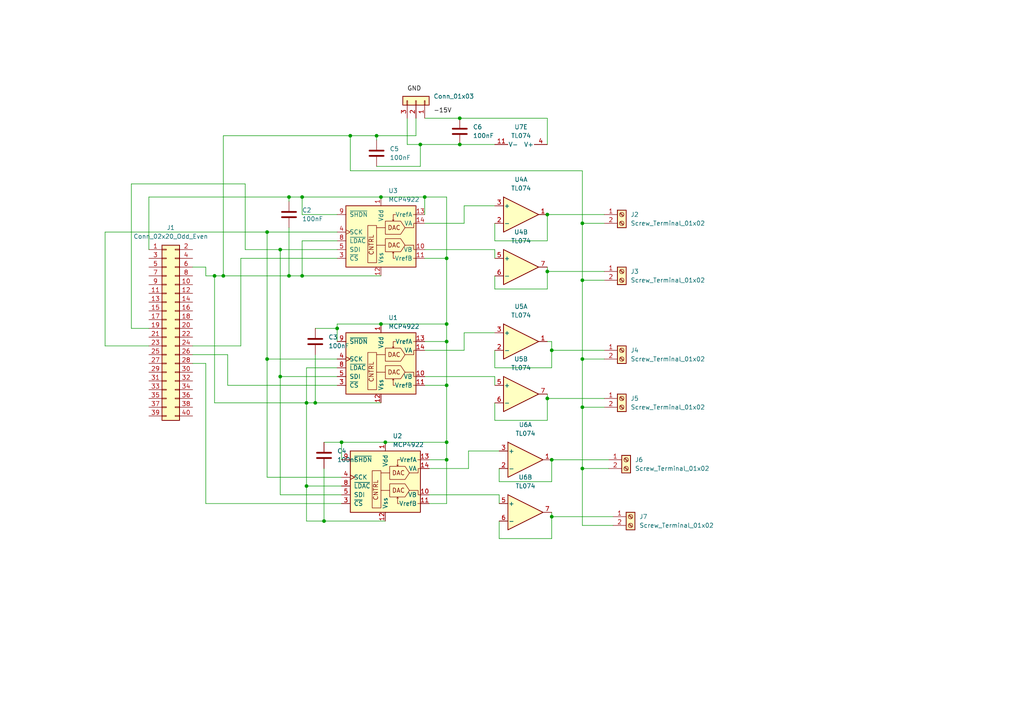
<source format=kicad_sch>
(kicad_sch
	(version 20250114)
	(generator "eeschema")
	(generator_version "9.0")
	(uuid "c612f852-bc9e-491d-8f1c-b41393156790")
	(paper "A4")
	(lib_symbols
		(symbol "Amplifier_Operational:TL074"
			(pin_names
				(offset 0.127)
			)
			(exclude_from_sim no)
			(in_bom yes)
			(on_board yes)
			(property "Reference" "U"
				(at 0 5.08 0)
				(effects
					(font
						(size 1.27 1.27)
					)
					(justify left)
				)
			)
			(property "Value" "TL074"
				(at 0 -5.08 0)
				(effects
					(font
						(size 1.27 1.27)
					)
					(justify left)
				)
			)
			(property "Footprint" ""
				(at -1.27 2.54 0)
				(effects
					(font
						(size 1.27 1.27)
					)
					(hide yes)
				)
			)
			(property "Datasheet" "http://www.ti.com/lit/ds/symlink/tl071.pdf"
				(at 1.27 5.08 0)
				(effects
					(font
						(size 1.27 1.27)
					)
					(hide yes)
				)
			)
			(property "Description" "Quad Low-Noise JFET-Input Operational Amplifiers, DIP-14/SOIC-14"
				(at 0 0 0)
				(effects
					(font
						(size 1.27 1.27)
					)
					(hide yes)
				)
			)
			(property "ki_locked" ""
				(at 0 0 0)
				(effects
					(font
						(size 1.27 1.27)
					)
				)
			)
			(property "ki_keywords" "quad opamp"
				(at 0 0 0)
				(effects
					(font
						(size 1.27 1.27)
					)
					(hide yes)
				)
			)
			(property "ki_fp_filters" "SOIC*3.9x8.7mm*P1.27mm* DIP*W7.62mm* TSSOP*4.4x5mm*P0.65mm* SSOP*5.3x6.2mm*P0.65mm* MSOP*3x3mm*P0.5mm*"
				(at 0 0 0)
				(effects
					(font
						(size 1.27 1.27)
					)
					(hide yes)
				)
			)
			(symbol "TL074_1_1"
				(polyline
					(pts
						(xy -5.08 5.08) (xy 5.08 0) (xy -5.08 -5.08) (xy -5.08 5.08)
					)
					(stroke
						(width 0.254)
						(type default)
					)
					(fill
						(type background)
					)
				)
				(pin input line
					(at -7.62 2.54 0)
					(length 2.54)
					(name "+"
						(effects
							(font
								(size 1.27 1.27)
							)
						)
					)
					(number "3"
						(effects
							(font
								(size 1.27 1.27)
							)
						)
					)
				)
				(pin input line
					(at -7.62 -2.54 0)
					(length 2.54)
					(name "-"
						(effects
							(font
								(size 1.27 1.27)
							)
						)
					)
					(number "2"
						(effects
							(font
								(size 1.27 1.27)
							)
						)
					)
				)
				(pin output line
					(at 7.62 0 180)
					(length 2.54)
					(name "~"
						(effects
							(font
								(size 1.27 1.27)
							)
						)
					)
					(number "1"
						(effects
							(font
								(size 1.27 1.27)
							)
						)
					)
				)
			)
			(symbol "TL074_2_1"
				(polyline
					(pts
						(xy -5.08 5.08) (xy 5.08 0) (xy -5.08 -5.08) (xy -5.08 5.08)
					)
					(stroke
						(width 0.254)
						(type default)
					)
					(fill
						(type background)
					)
				)
				(pin input line
					(at -7.62 2.54 0)
					(length 2.54)
					(name "+"
						(effects
							(font
								(size 1.27 1.27)
							)
						)
					)
					(number "5"
						(effects
							(font
								(size 1.27 1.27)
							)
						)
					)
				)
				(pin input line
					(at -7.62 -2.54 0)
					(length 2.54)
					(name "-"
						(effects
							(font
								(size 1.27 1.27)
							)
						)
					)
					(number "6"
						(effects
							(font
								(size 1.27 1.27)
							)
						)
					)
				)
				(pin output line
					(at 7.62 0 180)
					(length 2.54)
					(name "~"
						(effects
							(font
								(size 1.27 1.27)
							)
						)
					)
					(number "7"
						(effects
							(font
								(size 1.27 1.27)
							)
						)
					)
				)
			)
			(symbol "TL074_3_1"
				(polyline
					(pts
						(xy -5.08 5.08) (xy 5.08 0) (xy -5.08 -5.08) (xy -5.08 5.08)
					)
					(stroke
						(width 0.254)
						(type default)
					)
					(fill
						(type background)
					)
				)
				(pin input line
					(at -7.62 2.54 0)
					(length 2.54)
					(name "+"
						(effects
							(font
								(size 1.27 1.27)
							)
						)
					)
					(number "10"
						(effects
							(font
								(size 1.27 1.27)
							)
						)
					)
				)
				(pin input line
					(at -7.62 -2.54 0)
					(length 2.54)
					(name "-"
						(effects
							(font
								(size 1.27 1.27)
							)
						)
					)
					(number "9"
						(effects
							(font
								(size 1.27 1.27)
							)
						)
					)
				)
				(pin output line
					(at 7.62 0 180)
					(length 2.54)
					(name "~"
						(effects
							(font
								(size 1.27 1.27)
							)
						)
					)
					(number "8"
						(effects
							(font
								(size 1.27 1.27)
							)
						)
					)
				)
			)
			(symbol "TL074_4_1"
				(polyline
					(pts
						(xy -5.08 5.08) (xy 5.08 0) (xy -5.08 -5.08) (xy -5.08 5.08)
					)
					(stroke
						(width 0.254)
						(type default)
					)
					(fill
						(type background)
					)
				)
				(pin input line
					(at -7.62 2.54 0)
					(length 2.54)
					(name "+"
						(effects
							(font
								(size 1.27 1.27)
							)
						)
					)
					(number "12"
						(effects
							(font
								(size 1.27 1.27)
							)
						)
					)
				)
				(pin input line
					(at -7.62 -2.54 0)
					(length 2.54)
					(name "-"
						(effects
							(font
								(size 1.27 1.27)
							)
						)
					)
					(number "13"
						(effects
							(font
								(size 1.27 1.27)
							)
						)
					)
				)
				(pin output line
					(at 7.62 0 180)
					(length 2.54)
					(name "~"
						(effects
							(font
								(size 1.27 1.27)
							)
						)
					)
					(number "14"
						(effects
							(font
								(size 1.27 1.27)
							)
						)
					)
				)
			)
			(symbol "TL074_5_1"
				(pin power_in line
					(at -2.54 7.62 270)
					(length 3.81)
					(name "V+"
						(effects
							(font
								(size 1.27 1.27)
							)
						)
					)
					(number "4"
						(effects
							(font
								(size 1.27 1.27)
							)
						)
					)
				)
				(pin power_in line
					(at -2.54 -7.62 90)
					(length 3.81)
					(name "V-"
						(effects
							(font
								(size 1.27 1.27)
							)
						)
					)
					(number "11"
						(effects
							(font
								(size 1.27 1.27)
							)
						)
					)
				)
			)
			(embedded_fonts no)
		)
		(symbol "Analog_DAC:MCP4922"
			(pin_names
				(offset 1.016)
			)
			(exclude_from_sim no)
			(in_bom yes)
			(on_board yes)
			(property "Reference" "U"
				(at -1.905 10.795 0)
				(effects
					(font
						(size 1.27 1.27)
					)
					(justify right)
				)
			)
			(property "Value" "MCP4922"
				(at -1.905 8.89 0)
				(effects
					(font
						(size 1.27 1.27)
					)
					(justify right)
				)
			)
			(property "Footprint" ""
				(at 20.32 -7.62 0)
				(effects
					(font
						(size 1.27 1.27)
					)
					(hide yes)
				)
			)
			(property "Datasheet" "http://ww1.microchip.com/downloads/en/DeviceDoc/22250A.pdf"
				(at 20.32 -7.62 0)
				(effects
					(font
						(size 1.27 1.27)
					)
					(hide yes)
				)
			)
			(property "Description" "2-Channel 12-Bit D/A Converters with SPI Interface"
				(at 0 0 0)
				(effects
					(font
						(size 1.27 1.27)
					)
					(hide yes)
				)
			)
			(property "ki_keywords" "12-Bit DAC SPI 2CH"
				(at 0 0 0)
				(effects
					(font
						(size 1.27 1.27)
					)
					(hide yes)
				)
			)
			(property "ki_fp_filters" "DIP*W7.62mm* SOIC*3.9x8.7mm*P1.27mm* TSSOP*4.4x5mm*P0.65mm*"
				(at 0 0 0)
				(effects
					(font
						(size 1.27 1.27)
					)
					(hide yes)
				)
			)
			(symbol "MCP4922_0_0"
				(polyline
					(pts
						(xy 3.556 3.302) (xy 3.302 3.556)
					)
					(stroke
						(width 0)
						(type default)
					)
					(fill
						(type none)
					)
				)
				(polyline
					(pts
						(xy 3.556 3.302) (xy 3.81 3.556)
					)
					(stroke
						(width 0)
						(type default)
					)
					(fill
						(type none)
					)
				)
				(polyline
					(pts
						(xy 3.556 -5.842) (xy 3.302 -6.096)
					)
					(stroke
						(width 0)
						(type default)
					)
					(fill
						(type none)
					)
				)
				(polyline
					(pts
						(xy 3.556 -5.842) (xy 3.81 -6.096)
					)
					(stroke
						(width 0)
						(type default)
					)
					(fill
						(type none)
					)
				)
				(polyline
					(pts
						(xy 4.064 -7.62) (xy 3.556 -7.62) (xy 3.556 -5.842)
					)
					(stroke
						(width 0)
						(type default)
					)
					(fill
						(type none)
					)
				)
				(polyline
					(pts
						(xy 4.318 5.08) (xy 3.556 5.08) (xy 3.556 3.302)
					)
					(stroke
						(width 0)
						(type default)
					)
					(fill
						(type none)
					)
				)
				(polyline
					(pts
						(xy 6.985 1.27) (xy 9.525 1.27) (xy 9.525 2.54) (xy 10.16 2.54)
					)
					(stroke
						(width 0)
						(type default)
					)
					(fill
						(type none)
					)
				)
				(polyline
					(pts
						(xy 6.985 -3.81) (xy 9.525 -3.81) (xy 9.525 -5.08) (xy 10.16 -5.08)
					)
					(stroke
						(width 0)
						(type default)
					)
					(fill
						(type none)
					)
				)
				(polyline
					(pts
						(xy 10.16 5.08) (xy 9.398 5.08)
					)
					(stroke
						(width 0)
						(type default)
					)
					(fill
						(type none)
					)
				)
				(polyline
					(pts
						(xy 10.16 -7.62) (xy 9.398 -7.62)
					)
					(stroke
						(width 0)
						(type default)
					)
					(fill
						(type none)
					)
				)
				(text "CNTRL"
					(at -2.032 -6.731 900)
					(effects
						(font
							(size 1.27 1.27)
						)
						(justify left bottom)
					)
				)
				(text "DAC"
					(at 3.81 1.27 0)
					(effects
						(font
							(size 1.27 1.27)
						)
					)
				)
				(text "DAC"
					(at 3.81 -3.81 0)
					(effects
						(font
							(size 1.27 1.27)
						)
					)
				)
			)
			(symbol "MCP4922_0_1"
				(rectangle
					(start -10.16 7.62)
					(end 10.16 -10.16)
					(stroke
						(width 0.254)
						(type default)
					)
					(fill
						(type background)
					)
				)
				(rectangle
					(start -1.27 -8.89)
					(end -3.81 1.905)
					(stroke
						(width 0)
						(type default)
					)
					(fill
						(type none)
					)
				)
				(polyline
					(pts
						(xy 1.27 1.27) (xy -1.27 1.27)
					)
					(stroke
						(width 0)
						(type default)
					)
					(fill
						(type none)
					)
				)
				(polyline
					(pts
						(xy 1.27 -3.81) (xy -1.27 -3.81)
					)
					(stroke
						(width 0)
						(type default)
					)
					(fill
						(type none)
					)
				)
				(polyline
					(pts
						(xy 6.985 1.27) (xy 5.715 3.175) (xy 1.27 3.175) (xy 1.27 -0.635) (xy 5.715 -0.635) (xy 6.985 1.27)
					)
					(stroke
						(width 0)
						(type default)
					)
					(fill
						(type none)
					)
				)
				(polyline
					(pts
						(xy 6.985 -3.81) (xy 5.715 -1.905) (xy 1.27 -1.905) (xy 1.27 -5.715) (xy 5.715 -5.715) (xy 6.985 -3.81)
					)
					(stroke
						(width 0)
						(type default)
					)
					(fill
						(type none)
					)
				)
			)
			(symbol "MCP4922_1_1"
				(pin input line
					(at -12.7 5.08 0)
					(length 2.54)
					(name "~{SHDN}"
						(effects
							(font
								(size 1.27 1.27)
							)
						)
					)
					(number "9"
						(effects
							(font
								(size 1.27 1.27)
							)
						)
					)
				)
				(pin input clock
					(at -12.7 0 0)
					(length 2.54)
					(name "SCK"
						(effects
							(font
								(size 1.27 1.27)
							)
						)
					)
					(number "4"
						(effects
							(font
								(size 1.27 1.27)
							)
						)
					)
				)
				(pin input line
					(at -12.7 -2.54 0)
					(length 2.54)
					(name "~{LDAC}"
						(effects
							(font
								(size 1.27 1.27)
							)
						)
					)
					(number "8"
						(effects
							(font
								(size 1.27 1.27)
							)
						)
					)
				)
				(pin input line
					(at -12.7 -5.08 0)
					(length 2.54)
					(name "SDI"
						(effects
							(font
								(size 1.27 1.27)
							)
						)
					)
					(number "5"
						(effects
							(font
								(size 1.27 1.27)
							)
						)
					)
				)
				(pin input line
					(at -12.7 -7.62 0)
					(length 2.54)
					(name "~{CS}"
						(effects
							(font
								(size 1.27 1.27)
							)
						)
					)
					(number "3"
						(effects
							(font
								(size 1.27 1.27)
							)
						)
					)
				)
				(pin no_connect line
					(at -7.62 -10.16 90)
					(length 2.54)
					(hide yes)
					(name "NC"
						(effects
							(font
								(size 1.27 1.27)
							)
						)
					)
					(number "2"
						(effects
							(font
								(size 1.27 1.27)
							)
						)
					)
				)
				(pin no_connect line
					(at -5.08 -10.16 90)
					(length 2.54)
					(hide yes)
					(name "NC"
						(effects
							(font
								(size 1.27 1.27)
							)
						)
					)
					(number "6"
						(effects
							(font
								(size 1.27 1.27)
							)
						)
					)
				)
				(pin no_connect line
					(at -2.54 -10.16 90)
					(length 2.54)
					(hide yes)
					(name "NC"
						(effects
							(font
								(size 1.27 1.27)
							)
						)
					)
					(number "7"
						(effects
							(font
								(size 1.27 1.27)
							)
						)
					)
				)
				(pin power_in line
					(at 0 10.16 270)
					(length 2.54)
					(name "Vdd"
						(effects
							(font
								(size 1.27 1.27)
							)
						)
					)
					(number "1"
						(effects
							(font
								(size 1.27 1.27)
							)
						)
					)
				)
				(pin power_in line
					(at 0 -12.7 90)
					(length 2.54)
					(name "Vss"
						(effects
							(font
								(size 1.27 1.27)
							)
						)
					)
					(number "12"
						(effects
							(font
								(size 1.27 1.27)
							)
						)
					)
				)
				(pin input line
					(at 12.7 5.08 180)
					(length 2.54)
					(name "VrefA"
						(effects
							(font
								(size 1.27 1.27)
							)
						)
					)
					(number "13"
						(effects
							(font
								(size 1.27 1.27)
							)
						)
					)
				)
				(pin output line
					(at 12.7 2.54 180)
					(length 2.54)
					(name "VA"
						(effects
							(font
								(size 1.27 1.27)
							)
						)
					)
					(number "14"
						(effects
							(font
								(size 1.27 1.27)
							)
						)
					)
				)
				(pin output line
					(at 12.7 -5.08 180)
					(length 2.54)
					(name "VB"
						(effects
							(font
								(size 1.27 1.27)
							)
						)
					)
					(number "10"
						(effects
							(font
								(size 1.27 1.27)
							)
						)
					)
				)
				(pin input line
					(at 12.7 -7.62 180)
					(length 2.54)
					(name "VrefB"
						(effects
							(font
								(size 1.27 1.27)
							)
						)
					)
					(number "11"
						(effects
							(font
								(size 1.27 1.27)
							)
						)
					)
				)
			)
			(embedded_fonts no)
		)
		(symbol "Connector:Screw_Terminal_01x02"
			(pin_names
				(offset 1.016)
				(hide yes)
			)
			(exclude_from_sim no)
			(in_bom yes)
			(on_board yes)
			(property "Reference" "J"
				(at 0 2.54 0)
				(effects
					(font
						(size 1.27 1.27)
					)
				)
			)
			(property "Value" "Screw_Terminal_01x02"
				(at 0 -5.08 0)
				(effects
					(font
						(size 1.27 1.27)
					)
				)
			)
			(property "Footprint" ""
				(at 0 0 0)
				(effects
					(font
						(size 1.27 1.27)
					)
					(hide yes)
				)
			)
			(property "Datasheet" "~"
				(at 0 0 0)
				(effects
					(font
						(size 1.27 1.27)
					)
					(hide yes)
				)
			)
			(property "Description" "Generic screw terminal, single row, 01x02, script generated (kicad-library-utils/schlib/autogen/connector/)"
				(at 0 0 0)
				(effects
					(font
						(size 1.27 1.27)
					)
					(hide yes)
				)
			)
			(property "ki_keywords" "screw terminal"
				(at 0 0 0)
				(effects
					(font
						(size 1.27 1.27)
					)
					(hide yes)
				)
			)
			(property "ki_fp_filters" "TerminalBlock*:*"
				(at 0 0 0)
				(effects
					(font
						(size 1.27 1.27)
					)
					(hide yes)
				)
			)
			(symbol "Screw_Terminal_01x02_1_1"
				(rectangle
					(start -1.27 1.27)
					(end 1.27 -3.81)
					(stroke
						(width 0.254)
						(type default)
					)
					(fill
						(type background)
					)
				)
				(polyline
					(pts
						(xy -0.5334 0.3302) (xy 0.3302 -0.508)
					)
					(stroke
						(width 0.1524)
						(type default)
					)
					(fill
						(type none)
					)
				)
				(polyline
					(pts
						(xy -0.5334 -2.2098) (xy 0.3302 -3.048)
					)
					(stroke
						(width 0.1524)
						(type default)
					)
					(fill
						(type none)
					)
				)
				(polyline
					(pts
						(xy -0.3556 0.508) (xy 0.508 -0.3302)
					)
					(stroke
						(width 0.1524)
						(type default)
					)
					(fill
						(type none)
					)
				)
				(polyline
					(pts
						(xy -0.3556 -2.032) (xy 0.508 -2.8702)
					)
					(stroke
						(width 0.1524)
						(type default)
					)
					(fill
						(type none)
					)
				)
				(circle
					(center 0 0)
					(radius 0.635)
					(stroke
						(width 0.1524)
						(type default)
					)
					(fill
						(type none)
					)
				)
				(circle
					(center 0 -2.54)
					(radius 0.635)
					(stroke
						(width 0.1524)
						(type default)
					)
					(fill
						(type none)
					)
				)
				(pin passive line
					(at -5.08 0 0)
					(length 3.81)
					(name "Pin_1"
						(effects
							(font
								(size 1.27 1.27)
							)
						)
					)
					(number "1"
						(effects
							(font
								(size 1.27 1.27)
							)
						)
					)
				)
				(pin passive line
					(at -5.08 -2.54 0)
					(length 3.81)
					(name "Pin_2"
						(effects
							(font
								(size 1.27 1.27)
							)
						)
					)
					(number "2"
						(effects
							(font
								(size 1.27 1.27)
							)
						)
					)
				)
			)
			(embedded_fonts no)
		)
		(symbol "Connector_Generic:Conn_01x03"
			(pin_names
				(offset 1.016)
				(hide yes)
			)
			(exclude_from_sim no)
			(in_bom yes)
			(on_board yes)
			(property "Reference" "J"
				(at 0 5.08 0)
				(effects
					(font
						(size 1.27 1.27)
					)
				)
			)
			(property "Value" "Conn_01x03"
				(at 0 -5.08 0)
				(effects
					(font
						(size 1.27 1.27)
					)
				)
			)
			(property "Footprint" ""
				(at 0 0 0)
				(effects
					(font
						(size 1.27 1.27)
					)
					(hide yes)
				)
			)
			(property "Datasheet" "~"
				(at 0 0 0)
				(effects
					(font
						(size 1.27 1.27)
					)
					(hide yes)
				)
			)
			(property "Description" "Generic connector, single row, 01x03, script generated (kicad-library-utils/schlib/autogen/connector/)"
				(at 0 0 0)
				(effects
					(font
						(size 1.27 1.27)
					)
					(hide yes)
				)
			)
			(property "ki_keywords" "connector"
				(at 0 0 0)
				(effects
					(font
						(size 1.27 1.27)
					)
					(hide yes)
				)
			)
			(property "ki_fp_filters" "Connector*:*_1x??_*"
				(at 0 0 0)
				(effects
					(font
						(size 1.27 1.27)
					)
					(hide yes)
				)
			)
			(symbol "Conn_01x03_1_1"
				(rectangle
					(start -1.27 3.81)
					(end 1.27 -3.81)
					(stroke
						(width 0.254)
						(type default)
					)
					(fill
						(type background)
					)
				)
				(rectangle
					(start -1.27 2.667)
					(end 0 2.413)
					(stroke
						(width 0.1524)
						(type default)
					)
					(fill
						(type none)
					)
				)
				(rectangle
					(start -1.27 0.127)
					(end 0 -0.127)
					(stroke
						(width 0.1524)
						(type default)
					)
					(fill
						(type none)
					)
				)
				(rectangle
					(start -1.27 -2.413)
					(end 0 -2.667)
					(stroke
						(width 0.1524)
						(type default)
					)
					(fill
						(type none)
					)
				)
				(pin passive line
					(at -5.08 2.54 0)
					(length 3.81)
					(name "Pin_1"
						(effects
							(font
								(size 1.27 1.27)
							)
						)
					)
					(number "1"
						(effects
							(font
								(size 1.27 1.27)
							)
						)
					)
				)
				(pin passive line
					(at -5.08 0 0)
					(length 3.81)
					(name "Pin_2"
						(effects
							(font
								(size 1.27 1.27)
							)
						)
					)
					(number "2"
						(effects
							(font
								(size 1.27 1.27)
							)
						)
					)
				)
				(pin passive line
					(at -5.08 -2.54 0)
					(length 3.81)
					(name "Pin_3"
						(effects
							(font
								(size 1.27 1.27)
							)
						)
					)
					(number "3"
						(effects
							(font
								(size 1.27 1.27)
							)
						)
					)
				)
			)
			(embedded_fonts no)
		)
		(symbol "Connector_Generic:Conn_02x20_Odd_Even"
			(pin_names
				(offset 1.016)
				(hide yes)
			)
			(exclude_from_sim no)
			(in_bom yes)
			(on_board yes)
			(property "Reference" "J"
				(at 1.27 25.4 0)
				(effects
					(font
						(size 1.27 1.27)
					)
				)
			)
			(property "Value" "Conn_02x20_Odd_Even"
				(at 1.27 -27.94 0)
				(effects
					(font
						(size 1.27 1.27)
					)
				)
			)
			(property "Footprint" ""
				(at 0 0 0)
				(effects
					(font
						(size 1.27 1.27)
					)
					(hide yes)
				)
			)
			(property "Datasheet" "~"
				(at 0 0 0)
				(effects
					(font
						(size 1.27 1.27)
					)
					(hide yes)
				)
			)
			(property "Description" "Generic connector, double row, 02x20, odd/even pin numbering scheme (row 1 odd numbers, row 2 even numbers), script generated (kicad-library-utils/schlib/autogen/connector/)"
				(at 0 0 0)
				(effects
					(font
						(size 1.27 1.27)
					)
					(hide yes)
				)
			)
			(property "ki_keywords" "connector"
				(at 0 0 0)
				(effects
					(font
						(size 1.27 1.27)
					)
					(hide yes)
				)
			)
			(property "ki_fp_filters" "Connector*:*_2x??_*"
				(at 0 0 0)
				(effects
					(font
						(size 1.27 1.27)
					)
					(hide yes)
				)
			)
			(symbol "Conn_02x20_Odd_Even_1_1"
				(rectangle
					(start -1.27 24.13)
					(end 3.81 -26.67)
					(stroke
						(width 0.254)
						(type default)
					)
					(fill
						(type background)
					)
				)
				(rectangle
					(start -1.27 22.987)
					(end 0 22.733)
					(stroke
						(width 0.1524)
						(type default)
					)
					(fill
						(type none)
					)
				)
				(rectangle
					(start -1.27 20.447)
					(end 0 20.193)
					(stroke
						(width 0.1524)
						(type default)
					)
					(fill
						(type none)
					)
				)
				(rectangle
					(start -1.27 17.907)
					(end 0 17.653)
					(stroke
						(width 0.1524)
						(type default)
					)
					(fill
						(type none)
					)
				)
				(rectangle
					(start -1.27 15.367)
					(end 0 15.113)
					(stroke
						(width 0.1524)
						(type default)
					)
					(fill
						(type none)
					)
				)
				(rectangle
					(start -1.27 12.827)
					(end 0 12.573)
					(stroke
						(width 0.1524)
						(type default)
					)
					(fill
						(type none)
					)
				)
				(rectangle
					(start -1.27 10.287)
					(end 0 10.033)
					(stroke
						(width 0.1524)
						(type default)
					)
					(fill
						(type none)
					)
				)
				(rectangle
					(start -1.27 7.747)
					(end 0 7.493)
					(stroke
						(width 0.1524)
						(type default)
					)
					(fill
						(type none)
					)
				)
				(rectangle
					(start -1.27 5.207)
					(end 0 4.953)
					(stroke
						(width 0.1524)
						(type default)
					)
					(fill
						(type none)
					)
				)
				(rectangle
					(start -1.27 2.667)
					(end 0 2.413)
					(stroke
						(width 0.1524)
						(type default)
					)
					(fill
						(type none)
					)
				)
				(rectangle
					(start -1.27 0.127)
					(end 0 -0.127)
					(stroke
						(width 0.1524)
						(type default)
					)
					(fill
						(type none)
					)
				)
				(rectangle
					(start -1.27 -2.413)
					(end 0 -2.667)
					(stroke
						(width 0.1524)
						(type default)
					)
					(fill
						(type none)
					)
				)
				(rectangle
					(start -1.27 -4.953)
					(end 0 -5.207)
					(stroke
						(width 0.1524)
						(type default)
					)
					(fill
						(type none)
					)
				)
				(rectangle
					(start -1.27 -7.493)
					(end 0 -7.747)
					(stroke
						(width 0.1524)
						(type default)
					)
					(fill
						(type none)
					)
				)
				(rectangle
					(start -1.27 -10.033)
					(end 0 -10.287)
					(stroke
						(width 0.1524)
						(type default)
					)
					(fill
						(type none)
					)
				)
				(rectangle
					(start -1.27 -12.573)
					(end 0 -12.827)
					(stroke
						(width 0.1524)
						(type default)
					)
					(fill
						(type none)
					)
				)
				(rectangle
					(start -1.27 -15.113)
					(end 0 -15.367)
					(stroke
						(width 0.1524)
						(type default)
					)
					(fill
						(type none)
					)
				)
				(rectangle
					(start -1.27 -17.653)
					(end 0 -17.907)
					(stroke
						(width 0.1524)
						(type default)
					)
					(fill
						(type none)
					)
				)
				(rectangle
					(start -1.27 -20.193)
					(end 0 -20.447)
					(stroke
						(width 0.1524)
						(type default)
					)
					(fill
						(type none)
					)
				)
				(rectangle
					(start -1.27 -22.733)
					(end 0 -22.987)
					(stroke
						(width 0.1524)
						(type default)
					)
					(fill
						(type none)
					)
				)
				(rectangle
					(start -1.27 -25.273)
					(end 0 -25.527)
					(stroke
						(width 0.1524)
						(type default)
					)
					(fill
						(type none)
					)
				)
				(rectangle
					(start 3.81 22.987)
					(end 2.54 22.733)
					(stroke
						(width 0.1524)
						(type default)
					)
					(fill
						(type none)
					)
				)
				(rectangle
					(start 3.81 20.447)
					(end 2.54 20.193)
					(stroke
						(width 0.1524)
						(type default)
					)
					(fill
						(type none)
					)
				)
				(rectangle
					(start 3.81 17.907)
					(end 2.54 17.653)
					(stroke
						(width 0.1524)
						(type default)
					)
					(fill
						(type none)
					)
				)
				(rectangle
					(start 3.81 15.367)
					(end 2.54 15.113)
					(stroke
						(width 0.1524)
						(type default)
					)
					(fill
						(type none)
					)
				)
				(rectangle
					(start 3.81 12.827)
					(end 2.54 12.573)
					(stroke
						(width 0.1524)
						(type default)
					)
					(fill
						(type none)
					)
				)
				(rectangle
					(start 3.81 10.287)
					(end 2.54 10.033)
					(stroke
						(width 0.1524)
						(type default)
					)
					(fill
						(type none)
					)
				)
				(rectangle
					(start 3.81 7.747)
					(end 2.54 7.493)
					(stroke
						(width 0.1524)
						(type default)
					)
					(fill
						(type none)
					)
				)
				(rectangle
					(start 3.81 5.207)
					(end 2.54 4.953)
					(stroke
						(width 0.1524)
						(type default)
					)
					(fill
						(type none)
					)
				)
				(rectangle
					(start 3.81 2.667)
					(end 2.54 2.413)
					(stroke
						(width 0.1524)
						(type default)
					)
					(fill
						(type none)
					)
				)
				(rectangle
					(start 3.81 0.127)
					(end 2.54 -0.127)
					(stroke
						(width 0.1524)
						(type default)
					)
					(fill
						(type none)
					)
				)
				(rectangle
					(start 3.81 -2.413)
					(end 2.54 -2.667)
					(stroke
						(width 0.1524)
						(type default)
					)
					(fill
						(type none)
					)
				)
				(rectangle
					(start 3.81 -4.953)
					(end 2.54 -5.207)
					(stroke
						(width 0.1524)
						(type default)
					)
					(fill
						(type none)
					)
				)
				(rectangle
					(start 3.81 -7.493)
					(end 2.54 -7.747)
					(stroke
						(width 0.1524)
						(type default)
					)
					(fill
						(type none)
					)
				)
				(rectangle
					(start 3.81 -10.033)
					(end 2.54 -10.287)
					(stroke
						(width 0.1524)
						(type default)
					)
					(fill
						(type none)
					)
				)
				(rectangle
					(start 3.81 -12.573)
					(end 2.54 -12.827)
					(stroke
						(width 0.1524)
						(type default)
					)
					(fill
						(type none)
					)
				)
				(rectangle
					(start 3.81 -15.113)
					(end 2.54 -15.367)
					(stroke
						(width 0.1524)
						(type default)
					)
					(fill
						(type none)
					)
				)
				(rectangle
					(start 3.81 -17.653)
					(end 2.54 -17.907)
					(stroke
						(width 0.1524)
						(type default)
					)
					(fill
						(type none)
					)
				)
				(rectangle
					(start 3.81 -20.193)
					(end 2.54 -20.447)
					(stroke
						(width 0.1524)
						(type default)
					)
					(fill
						(type none)
					)
				)
				(rectangle
					(start 3.81 -22.733)
					(end 2.54 -22.987)
					(stroke
						(width 0.1524)
						(type default)
					)
					(fill
						(type none)
					)
				)
				(rectangle
					(start 3.81 -25.273)
					(end 2.54 -25.527)
					(stroke
						(width 0.1524)
						(type default)
					)
					(fill
						(type none)
					)
				)
				(pin passive line
					(at -5.08 22.86 0)
					(length 3.81)
					(name "Pin_1"
						(effects
							(font
								(size 1.27 1.27)
							)
						)
					)
					(number "1"
						(effects
							(font
								(size 1.27 1.27)
							)
						)
					)
				)
				(pin passive line
					(at -5.08 20.32 0)
					(length 3.81)
					(name "Pin_3"
						(effects
							(font
								(size 1.27 1.27)
							)
						)
					)
					(number "3"
						(effects
							(font
								(size 1.27 1.27)
							)
						)
					)
				)
				(pin passive line
					(at -5.08 17.78 0)
					(length 3.81)
					(name "Pin_5"
						(effects
							(font
								(size 1.27 1.27)
							)
						)
					)
					(number "5"
						(effects
							(font
								(size 1.27 1.27)
							)
						)
					)
				)
				(pin passive line
					(at -5.08 15.24 0)
					(length 3.81)
					(name "Pin_7"
						(effects
							(font
								(size 1.27 1.27)
							)
						)
					)
					(number "7"
						(effects
							(font
								(size 1.27 1.27)
							)
						)
					)
				)
				(pin passive line
					(at -5.08 12.7 0)
					(length 3.81)
					(name "Pin_9"
						(effects
							(font
								(size 1.27 1.27)
							)
						)
					)
					(number "9"
						(effects
							(font
								(size 1.27 1.27)
							)
						)
					)
				)
				(pin passive line
					(at -5.08 10.16 0)
					(length 3.81)
					(name "Pin_11"
						(effects
							(font
								(size 1.27 1.27)
							)
						)
					)
					(number "11"
						(effects
							(font
								(size 1.27 1.27)
							)
						)
					)
				)
				(pin passive line
					(at -5.08 7.62 0)
					(length 3.81)
					(name "Pin_13"
						(effects
							(font
								(size 1.27 1.27)
							)
						)
					)
					(number "13"
						(effects
							(font
								(size 1.27 1.27)
							)
						)
					)
				)
				(pin passive line
					(at -5.08 5.08 0)
					(length 3.81)
					(name "Pin_15"
						(effects
							(font
								(size 1.27 1.27)
							)
						)
					)
					(number "15"
						(effects
							(font
								(size 1.27 1.27)
							)
						)
					)
				)
				(pin passive line
					(at -5.08 2.54 0)
					(length 3.81)
					(name "Pin_17"
						(effects
							(font
								(size 1.27 1.27)
							)
						)
					)
					(number "17"
						(effects
							(font
								(size 1.27 1.27)
							)
						)
					)
				)
				(pin passive line
					(at -5.08 0 0)
					(length 3.81)
					(name "Pin_19"
						(effects
							(font
								(size 1.27 1.27)
							)
						)
					)
					(number "19"
						(effects
							(font
								(size 1.27 1.27)
							)
						)
					)
				)
				(pin passive line
					(at -5.08 -2.54 0)
					(length 3.81)
					(name "Pin_21"
						(effects
							(font
								(size 1.27 1.27)
							)
						)
					)
					(number "21"
						(effects
							(font
								(size 1.27 1.27)
							)
						)
					)
				)
				(pin passive line
					(at -5.08 -5.08 0)
					(length 3.81)
					(name "Pin_23"
						(effects
							(font
								(size 1.27 1.27)
							)
						)
					)
					(number "23"
						(effects
							(font
								(size 1.27 1.27)
							)
						)
					)
				)
				(pin passive line
					(at -5.08 -7.62 0)
					(length 3.81)
					(name "Pin_25"
						(effects
							(font
								(size 1.27 1.27)
							)
						)
					)
					(number "25"
						(effects
							(font
								(size 1.27 1.27)
							)
						)
					)
				)
				(pin passive line
					(at -5.08 -10.16 0)
					(length 3.81)
					(name "Pin_27"
						(effects
							(font
								(size 1.27 1.27)
							)
						)
					)
					(number "27"
						(effects
							(font
								(size 1.27 1.27)
							)
						)
					)
				)
				(pin passive line
					(at -5.08 -12.7 0)
					(length 3.81)
					(name "Pin_29"
						(effects
							(font
								(size 1.27 1.27)
							)
						)
					)
					(number "29"
						(effects
							(font
								(size 1.27 1.27)
							)
						)
					)
				)
				(pin passive line
					(at -5.08 -15.24 0)
					(length 3.81)
					(name "Pin_31"
						(effects
							(font
								(size 1.27 1.27)
							)
						)
					)
					(number "31"
						(effects
							(font
								(size 1.27 1.27)
							)
						)
					)
				)
				(pin passive line
					(at -5.08 -17.78 0)
					(length 3.81)
					(name "Pin_33"
						(effects
							(font
								(size 1.27 1.27)
							)
						)
					)
					(number "33"
						(effects
							(font
								(size 1.27 1.27)
							)
						)
					)
				)
				(pin passive line
					(at -5.08 -20.32 0)
					(length 3.81)
					(name "Pin_35"
						(effects
							(font
								(size 1.27 1.27)
							)
						)
					)
					(number "35"
						(effects
							(font
								(size 1.27 1.27)
							)
						)
					)
				)
				(pin passive line
					(at -5.08 -22.86 0)
					(length 3.81)
					(name "Pin_37"
						(effects
							(font
								(size 1.27 1.27)
							)
						)
					)
					(number "37"
						(effects
							(font
								(size 1.27 1.27)
							)
						)
					)
				)
				(pin passive line
					(at -5.08 -25.4 0)
					(length 3.81)
					(name "Pin_39"
						(effects
							(font
								(size 1.27 1.27)
							)
						)
					)
					(number "39"
						(effects
							(font
								(size 1.27 1.27)
							)
						)
					)
				)
				(pin passive line
					(at 7.62 22.86 180)
					(length 3.81)
					(name "Pin_2"
						(effects
							(font
								(size 1.27 1.27)
							)
						)
					)
					(number "2"
						(effects
							(font
								(size 1.27 1.27)
							)
						)
					)
				)
				(pin passive line
					(at 7.62 20.32 180)
					(length 3.81)
					(name "Pin_4"
						(effects
							(font
								(size 1.27 1.27)
							)
						)
					)
					(number "4"
						(effects
							(font
								(size 1.27 1.27)
							)
						)
					)
				)
				(pin passive line
					(at 7.62 17.78 180)
					(length 3.81)
					(name "Pin_6"
						(effects
							(font
								(size 1.27 1.27)
							)
						)
					)
					(number "6"
						(effects
							(font
								(size 1.27 1.27)
							)
						)
					)
				)
				(pin passive line
					(at 7.62 15.24 180)
					(length 3.81)
					(name "Pin_8"
						(effects
							(font
								(size 1.27 1.27)
							)
						)
					)
					(number "8"
						(effects
							(font
								(size 1.27 1.27)
							)
						)
					)
				)
				(pin passive line
					(at 7.62 12.7 180)
					(length 3.81)
					(name "Pin_10"
						(effects
							(font
								(size 1.27 1.27)
							)
						)
					)
					(number "10"
						(effects
							(font
								(size 1.27 1.27)
							)
						)
					)
				)
				(pin passive line
					(at 7.62 10.16 180)
					(length 3.81)
					(name "Pin_12"
						(effects
							(font
								(size 1.27 1.27)
							)
						)
					)
					(number "12"
						(effects
							(font
								(size 1.27 1.27)
							)
						)
					)
				)
				(pin passive line
					(at 7.62 7.62 180)
					(length 3.81)
					(name "Pin_14"
						(effects
							(font
								(size 1.27 1.27)
							)
						)
					)
					(number "14"
						(effects
							(font
								(size 1.27 1.27)
							)
						)
					)
				)
				(pin passive line
					(at 7.62 5.08 180)
					(length 3.81)
					(name "Pin_16"
						(effects
							(font
								(size 1.27 1.27)
							)
						)
					)
					(number "16"
						(effects
							(font
								(size 1.27 1.27)
							)
						)
					)
				)
				(pin passive line
					(at 7.62 2.54 180)
					(length 3.81)
					(name "Pin_18"
						(effects
							(font
								(size 1.27 1.27)
							)
						)
					)
					(number "18"
						(effects
							(font
								(size 1.27 1.27)
							)
						)
					)
				)
				(pin passive line
					(at 7.62 0 180)
					(length 3.81)
					(name "Pin_20"
						(effects
							(font
								(size 1.27 1.27)
							)
						)
					)
					(number "20"
						(effects
							(font
								(size 1.27 1.27)
							)
						)
					)
				)
				(pin passive line
					(at 7.62 -2.54 180)
					(length 3.81)
					(name "Pin_22"
						(effects
							(font
								(size 1.27 1.27)
							)
						)
					)
					(number "22"
						(effects
							(font
								(size 1.27 1.27)
							)
						)
					)
				)
				(pin passive line
					(at 7.62 -5.08 180)
					(length 3.81)
					(name "Pin_24"
						(effects
							(font
								(size 1.27 1.27)
							)
						)
					)
					(number "24"
						(effects
							(font
								(size 1.27 1.27)
							)
						)
					)
				)
				(pin passive line
					(at 7.62 -7.62 180)
					(length 3.81)
					(name "Pin_26"
						(effects
							(font
								(size 1.27 1.27)
							)
						)
					)
					(number "26"
						(effects
							(font
								(size 1.27 1.27)
							)
						)
					)
				)
				(pin passive line
					(at 7.62 -10.16 180)
					(length 3.81)
					(name "Pin_28"
						(effects
							(font
								(size 1.27 1.27)
							)
						)
					)
					(number "28"
						(effects
							(font
								(size 1.27 1.27)
							)
						)
					)
				)
				(pin passive line
					(at 7.62 -12.7 180)
					(length 3.81)
					(name "Pin_30"
						(effects
							(font
								(size 1.27 1.27)
							)
						)
					)
					(number "30"
						(effects
							(font
								(size 1.27 1.27)
							)
						)
					)
				)
				(pin passive line
					(at 7.62 -15.24 180)
					(length 3.81)
					(name "Pin_32"
						(effects
							(font
								(size 1.27 1.27)
							)
						)
					)
					(number "32"
						(effects
							(font
								(size 1.27 1.27)
							)
						)
					)
				)
				(pin passive line
					(at 7.62 -17.78 180)
					(length 3.81)
					(name "Pin_34"
						(effects
							(font
								(size 1.27 1.27)
							)
						)
					)
					(number "34"
						(effects
							(font
								(size 1.27 1.27)
							)
						)
					)
				)
				(pin passive line
					(at 7.62 -20.32 180)
					(length 3.81)
					(name "Pin_36"
						(effects
							(font
								(size 1.27 1.27)
							)
						)
					)
					(number "36"
						(effects
							(font
								(size 1.27 1.27)
							)
						)
					)
				)
				(pin passive line
					(at 7.62 -22.86 180)
					(length 3.81)
					(name "Pin_38"
						(effects
							(font
								(size 1.27 1.27)
							)
						)
					)
					(number "38"
						(effects
							(font
								(size 1.27 1.27)
							)
						)
					)
				)
				(pin passive line
					(at 7.62 -25.4 180)
					(length 3.81)
					(name "Pin_40"
						(effects
							(font
								(size 1.27 1.27)
							)
						)
					)
					(number "40"
						(effects
							(font
								(size 1.27 1.27)
							)
						)
					)
				)
			)
			(embedded_fonts no)
		)
		(symbol "Device:C"
			(pin_numbers
				(hide yes)
			)
			(pin_names
				(offset 0.254)
			)
			(exclude_from_sim no)
			(in_bom yes)
			(on_board yes)
			(property "Reference" "C"
				(at 0.635 2.54 0)
				(effects
					(font
						(size 1.27 1.27)
					)
					(justify left)
				)
			)
			(property "Value" "C"
				(at 0.635 -2.54 0)
				(effects
					(font
						(size 1.27 1.27)
					)
					(justify left)
				)
			)
			(property "Footprint" ""
				(at 0.9652 -3.81 0)
				(effects
					(font
						(size 1.27 1.27)
					)
					(hide yes)
				)
			)
			(property "Datasheet" "~"
				(at 0 0 0)
				(effects
					(font
						(size 1.27 1.27)
					)
					(hide yes)
				)
			)
			(property "Description" "Unpolarized capacitor"
				(at 0 0 0)
				(effects
					(font
						(size 1.27 1.27)
					)
					(hide yes)
				)
			)
			(property "ki_keywords" "cap capacitor"
				(at 0 0 0)
				(effects
					(font
						(size 1.27 1.27)
					)
					(hide yes)
				)
			)
			(property "ki_fp_filters" "C_*"
				(at 0 0 0)
				(effects
					(font
						(size 1.27 1.27)
					)
					(hide yes)
				)
			)
			(symbol "C_0_1"
				(polyline
					(pts
						(xy -2.032 0.762) (xy 2.032 0.762)
					)
					(stroke
						(width 0.508)
						(type default)
					)
					(fill
						(type none)
					)
				)
				(polyline
					(pts
						(xy -2.032 -0.762) (xy 2.032 -0.762)
					)
					(stroke
						(width 0.508)
						(type default)
					)
					(fill
						(type none)
					)
				)
			)
			(symbol "C_1_1"
				(pin passive line
					(at 0 3.81 270)
					(length 2.794)
					(name "~"
						(effects
							(font
								(size 1.27 1.27)
							)
						)
					)
					(number "1"
						(effects
							(font
								(size 1.27 1.27)
							)
						)
					)
				)
				(pin passive line
					(at 0 -3.81 90)
					(length 2.794)
					(name "~"
						(effects
							(font
								(size 1.27 1.27)
							)
						)
					)
					(number "2"
						(effects
							(font
								(size 1.27 1.27)
							)
						)
					)
				)
			)
			(embedded_fonts no)
		)
	)
	(junction
		(at 160.02 149.86)
		(diameter 0)
		(color 0 0 0 0)
		(uuid "085e4187-e487-4290-aecd-0e50fbdaccd9")
	)
	(junction
		(at 110.49 93.98)
		(diameter 0)
		(color 0 0 0 0)
		(uuid "0994370e-b8eb-491a-a901-8c2fee3da4bb")
	)
	(junction
		(at 81.28 72.39)
		(diameter 0)
		(color 0 0 0 0)
		(uuid "1a9b8caa-0ea2-4a57-a892-765372ad6368")
	)
	(junction
		(at 101.6 39.37)
		(diameter 0)
		(color 0 0 0 0)
		(uuid "21ce2485-6d05-43a3-b7c5-cbf745f2825f")
	)
	(junction
		(at 81.28 109.22)
		(diameter 0)
		(color 0 0 0 0)
		(uuid "220cc4d3-4d69-405b-bb45-4f9f3929597b")
	)
	(junction
		(at 158.75 62.23)
		(diameter 0)
		(color 0 0 0 0)
		(uuid "2ade1b7b-4a44-4dc2-8f49-fc9f9f73641e")
	)
	(junction
		(at 168.91 81.28)
		(diameter 0)
		(color 0 0 0 0)
		(uuid "3e902b73-cbf2-4e1d-aae9-5f4e0ee1a1a6")
	)
	(junction
		(at 88.9 140.97)
		(diameter 0)
		(color 0 0 0 0)
		(uuid "424ae0d8-f31a-4e21-a8a3-34dcd6bdce1b")
	)
	(junction
		(at 160.02 101.6)
		(diameter 0)
		(color 0 0 0 0)
		(uuid "46d2e06a-2fa1-4b3c-a5fb-7377a5413c53")
	)
	(junction
		(at 87.63 57.15)
		(diameter 0)
		(color 0 0 0 0)
		(uuid "49266295-adcc-4c0e-a306-d4873b54f1bd")
	)
	(junction
		(at 110.49 57.15)
		(diameter 0)
		(color 0 0 0 0)
		(uuid "4c012b44-463f-4be4-b5b9-c15470dff342")
	)
	(junction
		(at 129.54 74.93)
		(diameter 0)
		(color 0 0 0 0)
		(uuid "4dd282ba-5cba-49ca-bbb6-9128e3439def")
	)
	(junction
		(at 168.91 104.14)
		(diameter 0)
		(color 0 0 0 0)
		(uuid "4ddddd68-ff68-4ba4-a710-405545203052")
	)
	(junction
		(at 91.44 116.84)
		(diameter 0)
		(color 0 0 0 0)
		(uuid "4e719ca3-3839-4b31-b73b-17df94942401")
	)
	(junction
		(at 97.79 95.25)
		(diameter 0)
		(color 0 0 0 0)
		(uuid "50f49c24-5f28-405b-9d73-6e8ee87513f3")
	)
	(junction
		(at 168.91 64.77)
		(diameter 0)
		(color 0 0 0 0)
		(uuid "57404b19-ba20-44fa-8a2e-29388109553a")
	)
	(junction
		(at 121.92 41.91)
		(diameter 0)
		(color 0 0 0 0)
		(uuid "5f44dd89-19b8-401b-8997-33ce98e0bdd9")
	)
	(junction
		(at 129.54 133.35)
		(diameter 0)
		(color 0 0 0 0)
		(uuid "65511fd6-7d77-4e5d-ae7e-1537d5178a2e")
	)
	(junction
		(at 129.54 111.76)
		(diameter 0)
		(color 0 0 0 0)
		(uuid "6d8ce89e-6aa8-4fc5-8afc-ef5f8d0fc802")
	)
	(junction
		(at 129.54 93.98)
		(diameter 0)
		(color 0 0 0 0)
		(uuid "72d18a95-6ee2-4e2c-a5b5-a7b40f4b4099")
	)
	(junction
		(at 111.76 128.27)
		(diameter 0)
		(color 0 0 0 0)
		(uuid "7d155b6d-7d87-42bd-895e-2915176f4cf0")
	)
	(junction
		(at 158.75 78.74)
		(diameter 0)
		(color 0 0 0 0)
		(uuid "89b89cf2-15b8-4ca2-ab68-34eb21d85f40")
	)
	(junction
		(at 168.91 135.89)
		(diameter 0)
		(color 0 0 0 0)
		(uuid "8d60de29-dd84-4421-9d8b-290fe12a44fd")
	)
	(junction
		(at 158.75 115.57)
		(diameter 0)
		(color 0 0 0 0)
		(uuid "901b254f-2626-4fe5-8313-4e4c2a7678ba")
	)
	(junction
		(at 129.54 99.06)
		(diameter 0)
		(color 0 0 0 0)
		(uuid "907bfbdc-baa1-427d-b32b-73e621502fbf")
	)
	(junction
		(at 62.23 80.01)
		(diameter 0)
		(color 0 0 0 0)
		(uuid "9802a903-48f5-473d-9533-2e033dff268e")
	)
	(junction
		(at 64.77 80.01)
		(diameter 0)
		(color 0 0 0 0)
		(uuid "a465e2df-621e-4a16-a5f5-7f525c13ae3c")
	)
	(junction
		(at 129.54 128.27)
		(diameter 0)
		(color 0 0 0 0)
		(uuid "a7bd392b-4c40-45c6-8371-c9579242d1f3")
	)
	(junction
		(at 77.47 104.14)
		(diameter 0)
		(color 0 0 0 0)
		(uuid "b0f725c3-2389-4027-a57d-9ff0c5f87e8e")
	)
	(junction
		(at 99.06 128.27)
		(diameter 0)
		(color 0 0 0 0)
		(uuid "b141439a-87e4-4cdd-b039-1c856abb5200")
	)
	(junction
		(at 88.9 116.84)
		(diameter 0)
		(color 0 0 0 0)
		(uuid "b225ec11-fed6-41d7-b701-cf34c3757f08")
	)
	(junction
		(at 77.47 67.31)
		(diameter 0)
		(color 0 0 0 0)
		(uuid "b83270d1-156b-418e-8b03-1399a2ba92fb")
	)
	(junction
		(at 83.82 57.15)
		(diameter 0)
		(color 0 0 0 0)
		(uuid "be698349-c0f2-4100-af02-4c5988627dd9")
	)
	(junction
		(at 160.02 133.35)
		(diameter 0)
		(color 0 0 0 0)
		(uuid "bf25dff0-1e11-4dbf-84a1-73f0c6832821")
	)
	(junction
		(at 93.98 151.13)
		(diameter 0)
		(color 0 0 0 0)
		(uuid "c4e23c5a-544e-4ef1-bb89-e2a10f8f8de9")
	)
	(junction
		(at 123.19 57.15)
		(diameter 0)
		(color 0 0 0 0)
		(uuid "c4eb1517-2a73-4bf9-b402-ff974ed72b34")
	)
	(junction
		(at 83.82 80.01)
		(diameter 0)
		(color 0 0 0 0)
		(uuid "c6d0a241-3ebc-463d-8a22-75f2725b1b1e")
	)
	(junction
		(at 109.22 39.37)
		(diameter 0)
		(color 0 0 0 0)
		(uuid "c903cd6b-8a19-404f-b685-fe8946885b03")
	)
	(junction
		(at 133.35 34.29)
		(diameter 0)
		(color 0 0 0 0)
		(uuid "c98829a7-a6ce-42ab-9fcc-b7292d691183")
	)
	(junction
		(at 133.35 41.91)
		(diameter 0)
		(color 0 0 0 0)
		(uuid "d9e908fe-6908-418e-927e-0be82bb53493")
	)
	(junction
		(at 87.63 80.01)
		(diameter 0)
		(color 0 0 0 0)
		(uuid "e0ab8a91-1016-4636-9480-b6c2e9428278")
	)
	(junction
		(at 168.91 118.11)
		(diameter 0)
		(color 0 0 0 0)
		(uuid "eaac5bc7-8277-45ab-b2ba-8b0d8120657a")
	)
	(wire
		(pts
			(xy 64.77 80.01) (xy 83.82 80.01)
		)
		(stroke
			(width 0)
			(type default)
		)
		(uuid "00ee4dc2-5774-411a-ae31-8c77f59fb42a")
	)
	(wire
		(pts
			(xy 143.51 64.77) (xy 143.51 69.85)
		)
		(stroke
			(width 0)
			(type default)
		)
		(uuid "04c9dfcb-6ea2-4bcf-969c-3993bbe39c73")
	)
	(wire
		(pts
			(xy 143.51 83.82) (xy 158.75 83.82)
		)
		(stroke
			(width 0)
			(type default)
		)
		(uuid "06836a8e-744e-4066-b37c-d73523a40f4c")
	)
	(wire
		(pts
			(xy 134.62 59.69) (xy 134.62 64.77)
		)
		(stroke
			(width 0)
			(type default)
		)
		(uuid "0809cd18-90d7-4cf3-b27b-1566cc59c1ee")
	)
	(wire
		(pts
			(xy 160.02 149.86) (xy 177.8 149.86)
		)
		(stroke
			(width 0)
			(type default)
		)
		(uuid "08b92e67-6133-434c-b5ee-3388c8c0dc2d")
	)
	(wire
		(pts
			(xy 97.79 93.98) (xy 110.49 93.98)
		)
		(stroke
			(width 0)
			(type default)
		)
		(uuid "0ac75d53-9edd-4a74-93d2-a5ef45a4310c")
	)
	(wire
		(pts
			(xy 129.54 93.98) (xy 129.54 74.93)
		)
		(stroke
			(width 0)
			(type default)
		)
		(uuid "0ae5f8a7-ba7a-459d-8c73-dd161a35ed04")
	)
	(wire
		(pts
			(xy 129.54 146.05) (xy 129.54 133.35)
		)
		(stroke
			(width 0)
			(type default)
		)
		(uuid "0b65e27b-d2c4-4590-8cb7-0508be390867")
	)
	(wire
		(pts
			(xy 83.82 66.04) (xy 83.82 80.01)
		)
		(stroke
			(width 0)
			(type default)
		)
		(uuid "0e53efe3-32a8-423d-81aa-dde37613d0dc")
	)
	(wire
		(pts
			(xy 143.51 80.01) (xy 143.51 83.82)
		)
		(stroke
			(width 0)
			(type default)
		)
		(uuid "10ce6ce8-6798-4e52-b2de-668ba5fccb5b")
	)
	(wire
		(pts
			(xy 160.02 106.68) (xy 160.02 101.6)
		)
		(stroke
			(width 0)
			(type default)
		)
		(uuid "13d52e82-f99a-42c5-95aa-6152afd24c43")
	)
	(wire
		(pts
			(xy 168.91 104.14) (xy 175.26 104.14)
		)
		(stroke
			(width 0)
			(type default)
		)
		(uuid "16c9ca93-d4ee-46c6-a1ca-b9831a4bd41b")
	)
	(wire
		(pts
			(xy 38.1 95.25) (xy 43.18 95.25)
		)
		(stroke
			(width 0)
			(type default)
		)
		(uuid "18b922b7-3339-4d8b-b6db-2f3e8b392038")
	)
	(wire
		(pts
			(xy 144.78 151.13) (xy 144.78 156.21)
		)
		(stroke
			(width 0)
			(type default)
		)
		(uuid "1e2a4f5e-fa1b-419e-9254-57121a28b66c")
	)
	(wire
		(pts
			(xy 59.69 80.01) (xy 59.69 77.47)
		)
		(stroke
			(width 0)
			(type default)
		)
		(uuid "1e9f4812-021d-4fc3-a69f-c407288b8455")
	)
	(wire
		(pts
			(xy 118.11 34.29) (xy 118.11 41.91)
		)
		(stroke
			(width 0)
			(type default)
		)
		(uuid "2054d694-7baf-4c2b-8cc8-73be494e131c")
	)
	(wire
		(pts
			(xy 177.8 152.4) (xy 168.91 152.4)
		)
		(stroke
			(width 0)
			(type default)
		)
		(uuid "21107301-8d18-4625-a468-696df236736f")
	)
	(wire
		(pts
			(xy 81.28 109.22) (xy 81.28 72.39)
		)
		(stroke
			(width 0)
			(type default)
		)
		(uuid "25e8375e-8417-4821-94d5-181be537ba1f")
	)
	(wire
		(pts
			(xy 129.54 111.76) (xy 129.54 99.06)
		)
		(stroke
			(width 0)
			(type default)
		)
		(uuid "268fc8c7-d8d4-4bcd-815f-7b23ed3eef4c")
	)
	(wire
		(pts
			(xy 158.75 62.23) (xy 175.26 62.23)
		)
		(stroke
			(width 0)
			(type default)
		)
		(uuid "27dfb33d-0bec-4e4e-be7b-ee68f13e48dc")
	)
	(wire
		(pts
			(xy 143.51 72.39) (xy 143.51 74.93)
		)
		(stroke
			(width 0)
			(type default)
		)
		(uuid "2866713d-f3ab-483d-8b95-dfbfc8b37426")
	)
	(wire
		(pts
			(xy 168.91 64.77) (xy 175.26 64.77)
		)
		(stroke
			(width 0)
			(type default)
		)
		(uuid "2f98ff0c-9002-4813-bd97-02176966aade")
	)
	(wire
		(pts
			(xy 91.44 95.25) (xy 97.79 95.25)
		)
		(stroke
			(width 0)
			(type default)
		)
		(uuid "2f9d37a7-9396-4b3c-acfe-ebc8aa466a59")
	)
	(wire
		(pts
			(xy 160.02 101.6) (xy 160.02 99.06)
		)
		(stroke
			(width 0)
			(type default)
		)
		(uuid "33b6ef2b-c4b4-4723-907f-c03520381d5c")
	)
	(wire
		(pts
			(xy 160.02 133.35) (xy 176.53 133.35)
		)
		(stroke
			(width 0)
			(type default)
		)
		(uuid "33de666c-2f63-4915-92f5-123c467254c7")
	)
	(wire
		(pts
			(xy 133.35 41.91) (xy 143.51 41.91)
		)
		(stroke
			(width 0)
			(type default)
		)
		(uuid "34c2cccd-f0ae-4e22-8f84-98d3298d1131")
	)
	(wire
		(pts
			(xy 134.62 96.52) (xy 134.62 101.6)
		)
		(stroke
			(width 0)
			(type default)
		)
		(uuid "3518cec3-e15d-420b-a216-48474b9203f5")
	)
	(wire
		(pts
			(xy 123.19 34.29) (xy 133.35 34.29)
		)
		(stroke
			(width 0)
			(type default)
		)
		(uuid "362bcdcf-c47c-481e-9aaa-fdf40583c93b")
	)
	(wire
		(pts
			(xy 123.19 111.76) (xy 129.54 111.76)
		)
		(stroke
			(width 0)
			(type default)
		)
		(uuid "3b1608d9-8507-4107-9a78-591de9f83b16")
	)
	(wire
		(pts
			(xy 30.48 100.33) (xy 43.18 100.33)
		)
		(stroke
			(width 0)
			(type default)
		)
		(uuid "3ed06fee-717b-407c-a932-6b326e82d8b0")
	)
	(wire
		(pts
			(xy 99.06 143.51) (xy 81.28 143.51)
		)
		(stroke
			(width 0)
			(type default)
		)
		(uuid "435e3c00-b408-4ba8-9bcd-c5a34150039c")
	)
	(wire
		(pts
			(xy 88.9 140.97) (xy 99.06 140.97)
		)
		(stroke
			(width 0)
			(type default)
		)
		(uuid "43c2833f-57b9-489b-b01b-67420095561d")
	)
	(wire
		(pts
			(xy 175.26 81.28) (xy 168.91 81.28)
		)
		(stroke
			(width 0)
			(type default)
		)
		(uuid "4466e6ab-e90a-4ee4-80e4-d5742069b7f4")
	)
	(wire
		(pts
			(xy 109.22 39.37) (xy 109.22 40.64)
		)
		(stroke
			(width 0)
			(type default)
		)
		(uuid "452aa519-83fc-4d09-9b23-6bef3d650ed1")
	)
	(wire
		(pts
			(xy 88.9 116.84) (xy 62.23 116.84)
		)
		(stroke
			(width 0)
			(type default)
		)
		(uuid "45acdd3f-262b-4cc5-9453-a0112807829e")
	)
	(wire
		(pts
			(xy 111.76 151.13) (xy 93.98 151.13)
		)
		(stroke
			(width 0)
			(type default)
		)
		(uuid "46c6ab30-0154-41c5-af7f-8781b3679b43")
	)
	(wire
		(pts
			(xy 134.62 101.6) (xy 123.19 101.6)
		)
		(stroke
			(width 0)
			(type default)
		)
		(uuid "46e811c1-f148-4daf-87db-08892c87894f")
	)
	(wire
		(pts
			(xy 97.79 104.14) (xy 77.47 104.14)
		)
		(stroke
			(width 0)
			(type default)
		)
		(uuid "48eaa7c2-fa1e-451c-9ae0-cf77fe280c71")
	)
	(wire
		(pts
			(xy 62.23 116.84) (xy 62.23 80.01)
		)
		(stroke
			(width 0)
			(type default)
		)
		(uuid "4b0eada6-ae0b-4fe8-a255-6aead26ed9b5")
	)
	(wire
		(pts
			(xy 124.46 133.35) (xy 129.54 133.35)
		)
		(stroke
			(width 0)
			(type default)
		)
		(uuid "4cccc49a-77aa-48d0-b37e-db10591cc6b4")
	)
	(wire
		(pts
			(xy 158.75 121.92) (xy 158.75 115.57)
		)
		(stroke
			(width 0)
			(type default)
		)
		(uuid "4ce45f2c-bcba-43ec-96d1-4c0db8756fab")
	)
	(wire
		(pts
			(xy 99.06 128.27) (xy 111.76 128.27)
		)
		(stroke
			(width 0)
			(type default)
		)
		(uuid "4e68827f-4271-410d-9025-8f10b182b844")
	)
	(wire
		(pts
			(xy 77.47 138.43) (xy 77.47 104.14)
		)
		(stroke
			(width 0)
			(type default)
		)
		(uuid "50991103-aabf-4117-bf23-1ecbabd1a5ad")
	)
	(wire
		(pts
			(xy 168.91 135.89) (xy 168.91 152.4)
		)
		(stroke
			(width 0)
			(type default)
		)
		(uuid "50fb3cdd-ef34-4a6d-b212-d264d3b628e8")
	)
	(wire
		(pts
			(xy 160.02 99.06) (xy 158.75 99.06)
		)
		(stroke
			(width 0)
			(type default)
		)
		(uuid "5355139f-6fa3-4ae5-84be-2623fc2c491e")
	)
	(wire
		(pts
			(xy 88.9 116.84) (xy 88.9 140.97)
		)
		(stroke
			(width 0)
			(type default)
		)
		(uuid "5492c465-85e3-47b2-aec1-4de571756cdd")
	)
	(wire
		(pts
			(xy 83.82 57.15) (xy 87.63 57.15)
		)
		(stroke
			(width 0)
			(type default)
		)
		(uuid "54f10f55-cce9-479f-8ddc-26bef946d315")
	)
	(wire
		(pts
			(xy 143.51 106.68) (xy 160.02 106.68)
		)
		(stroke
			(width 0)
			(type default)
		)
		(uuid "5651a5a4-4066-4f53-822b-bbc2368919e8")
	)
	(wire
		(pts
			(xy 158.75 77.47) (xy 158.75 78.74)
		)
		(stroke
			(width 0)
			(type default)
		)
		(uuid "58e035ef-e752-40ee-accc-76f7bc70b790")
	)
	(wire
		(pts
			(xy 62.23 80.01) (xy 59.69 80.01)
		)
		(stroke
			(width 0)
			(type default)
		)
		(uuid "5947aad3-70cf-49c0-82dd-7066fe61f5ff")
	)
	(wire
		(pts
			(xy 99.06 146.05) (xy 59.69 146.05)
		)
		(stroke
			(width 0)
			(type default)
		)
		(uuid "5986ae37-8140-472c-8bf2-c064c4b16835")
	)
	(wire
		(pts
			(xy 81.28 72.39) (xy 71.12 72.39)
		)
		(stroke
			(width 0)
			(type default)
		)
		(uuid "5aaa8376-b5f3-4220-bc98-91c15557fbb1")
	)
	(wire
		(pts
			(xy 81.28 143.51) (xy 81.28 109.22)
		)
		(stroke
			(width 0)
			(type default)
		)
		(uuid "5ba2add6-cb4e-4094-ab9b-98bc415642f9")
	)
	(wire
		(pts
			(xy 168.91 64.77) (xy 168.91 49.53)
		)
		(stroke
			(width 0)
			(type default)
		)
		(uuid "5ba2e4cf-2726-430e-b694-0758982d9638")
	)
	(wire
		(pts
			(xy 97.79 111.76) (xy 66.04 111.76)
		)
		(stroke
			(width 0)
			(type default)
		)
		(uuid "5cbc1d37-e5dc-4a96-b566-429bb9a361c0")
	)
	(wire
		(pts
			(xy 143.51 116.84) (xy 143.51 121.92)
		)
		(stroke
			(width 0)
			(type default)
		)
		(uuid "5d1c9bc6-24f6-4de5-a378-7a7905d7abc7")
	)
	(wire
		(pts
			(xy 144.78 130.81) (xy 135.89 130.81)
		)
		(stroke
			(width 0)
			(type default)
		)
		(uuid "5ec42965-77ab-4a0f-b6e4-5f07a02a7f9a")
	)
	(wire
		(pts
			(xy 143.51 69.85) (xy 158.75 69.85)
		)
		(stroke
			(width 0)
			(type default)
		)
		(uuid "605bebb6-d9fc-4bd2-aec9-ddbab0367f0a")
	)
	(wire
		(pts
			(xy 87.63 69.85) (xy 87.63 80.01)
		)
		(stroke
			(width 0)
			(type default)
		)
		(uuid "60d8dd63-8233-4c24-8f80-5a9d34154f3a")
	)
	(wire
		(pts
			(xy 168.91 81.28) (xy 168.91 104.14)
		)
		(stroke
			(width 0)
			(type default)
		)
		(uuid "614f95ba-70be-4cf5-b065-5b9cb1dfe87a")
	)
	(wire
		(pts
			(xy 175.26 78.74) (xy 158.75 78.74)
		)
		(stroke
			(width 0)
			(type default)
		)
		(uuid "62dde740-c9b2-4a57-9a64-62bbd00c3fb5")
	)
	(wire
		(pts
			(xy 143.51 59.69) (xy 134.62 59.69)
		)
		(stroke
			(width 0)
			(type default)
		)
		(uuid "62e4ba99-3f29-4235-9da0-c67efa2b6cc5")
	)
	(wire
		(pts
			(xy 87.63 62.23) (xy 87.63 57.15)
		)
		(stroke
			(width 0)
			(type default)
		)
		(uuid "64b1567b-1638-4f12-8ea1-7f5a258b1adf")
	)
	(wire
		(pts
			(xy 62.23 80.01) (xy 64.77 80.01)
		)
		(stroke
			(width 0)
			(type default)
		)
		(uuid "65d1ea4e-eca0-4cc2-a356-883d8c4480df")
	)
	(wire
		(pts
			(xy 143.51 109.22) (xy 143.51 111.76)
		)
		(stroke
			(width 0)
			(type default)
		)
		(uuid "660a0716-320e-4c20-8565-0dde5409e825")
	)
	(wire
		(pts
			(xy 121.92 48.26) (xy 121.92 41.91)
		)
		(stroke
			(width 0)
			(type default)
		)
		(uuid "67155a6c-06ac-4af5-ab52-57652812eda9")
	)
	(wire
		(pts
			(xy 66.04 102.87) (xy 55.88 102.87)
		)
		(stroke
			(width 0)
			(type default)
		)
		(uuid "68079f57-8a07-4816-b321-7d15e2c50e64")
	)
	(wire
		(pts
			(xy 135.89 135.89) (xy 124.46 135.89)
		)
		(stroke
			(width 0)
			(type default)
		)
		(uuid "69a195e3-a4a8-4bf9-a6fa-69288a355b96")
	)
	(wire
		(pts
			(xy 144.78 156.21) (xy 160.02 156.21)
		)
		(stroke
			(width 0)
			(type default)
		)
		(uuid "6c2ba262-01df-4da7-84da-6bae8a87bd65")
	)
	(wire
		(pts
			(xy 124.46 146.05) (xy 129.54 146.05)
		)
		(stroke
			(width 0)
			(type default)
		)
		(uuid "6d9f940f-1dc7-4ded-a33b-bff0991d42de")
	)
	(wire
		(pts
			(xy 143.51 121.92) (xy 158.75 121.92)
		)
		(stroke
			(width 0)
			(type default)
		)
		(uuid "71a04846-6d65-48d6-aa7b-d9a6f44401dc")
	)
	(wire
		(pts
			(xy 69.85 74.93) (xy 69.85 100.33)
		)
		(stroke
			(width 0)
			(type default)
		)
		(uuid "74a48684-b833-4c13-848c-02466fde74de")
	)
	(wire
		(pts
			(xy 143.51 101.6) (xy 143.51 106.68)
		)
		(stroke
			(width 0)
			(type default)
		)
		(uuid "7503ac12-2334-4be3-95cf-e3e34544ea16")
	)
	(wire
		(pts
			(xy 83.82 80.01) (xy 87.63 80.01)
		)
		(stroke
			(width 0)
			(type default)
		)
		(uuid "75973136-412c-4b69-bb33-ed1d6c4994b0")
	)
	(wire
		(pts
			(xy 88.9 140.97) (xy 88.9 151.13)
		)
		(stroke
			(width 0)
			(type default)
		)
		(uuid "7ab93560-f178-44e3-9077-4b46f0da0494")
	)
	(wire
		(pts
			(xy 97.79 69.85) (xy 87.63 69.85)
		)
		(stroke
			(width 0)
			(type default)
		)
		(uuid "7c388133-3659-4c04-8b52-dff9a0427cf3")
	)
	(wire
		(pts
			(xy 43.18 72.39) (xy 43.18 57.15)
		)
		(stroke
			(width 0)
			(type default)
		)
		(uuid "7e9e8e64-fd42-4e68-b2e5-f3d80bc94a26")
	)
	(wire
		(pts
			(xy 97.79 109.22) (xy 81.28 109.22)
		)
		(stroke
			(width 0)
			(type default)
		)
		(uuid "7f0dd29b-0c5f-401b-8e70-788b32342ddd")
	)
	(wire
		(pts
			(xy 158.75 115.57) (xy 158.75 114.3)
		)
		(stroke
			(width 0)
			(type default)
		)
		(uuid "7f89f620-ce02-40f0-82c5-860389a928c9")
	)
	(wire
		(pts
			(xy 97.79 62.23) (xy 87.63 62.23)
		)
		(stroke
			(width 0)
			(type default)
		)
		(uuid "80da3b98-e488-4a07-8709-55511697868e")
	)
	(wire
		(pts
			(xy 123.19 62.23) (xy 123.19 57.15)
		)
		(stroke
			(width 0)
			(type default)
		)
		(uuid "834cd4e3-f84d-471b-b3a4-6d1da2751ac4")
	)
	(wire
		(pts
			(xy 144.78 139.7) (xy 160.02 139.7)
		)
		(stroke
			(width 0)
			(type default)
		)
		(uuid "8377a316-aa6c-4613-bbac-d442ed22025b")
	)
	(wire
		(pts
			(xy 101.6 39.37) (xy 109.22 39.37)
		)
		(stroke
			(width 0)
			(type default)
		)
		(uuid "83b1dc5b-4150-40f1-94c3-afc803eeb1f4")
	)
	(wire
		(pts
			(xy 66.04 111.76) (xy 66.04 102.87)
		)
		(stroke
			(width 0)
			(type default)
		)
		(uuid "84df7641-a909-4a47-86aa-4e06d4b64fb4")
	)
	(wire
		(pts
			(xy 93.98 128.27) (xy 99.06 128.27)
		)
		(stroke
			(width 0)
			(type default)
		)
		(uuid "8633b3fe-450d-444c-ad86-b4887c66a768")
	)
	(wire
		(pts
			(xy 160.02 139.7) (xy 160.02 133.35)
		)
		(stroke
			(width 0)
			(type default)
		)
		(uuid "8a9c3ee9-cb4f-49ce-81f7-12469bbaf031")
	)
	(wire
		(pts
			(xy 123.19 57.15) (xy 129.54 57.15)
		)
		(stroke
			(width 0)
			(type default)
		)
		(uuid "8cb04b3d-7d3f-4e82-b8a5-ee4db53badd8")
	)
	(wire
		(pts
			(xy 168.91 104.14) (xy 168.91 118.11)
		)
		(stroke
			(width 0)
			(type default)
		)
		(uuid "8d598e1d-a75d-49d1-ae27-dd4b2a0ddaf7")
	)
	(wire
		(pts
			(xy 120.65 34.29) (xy 120.65 39.37)
		)
		(stroke
			(width 0)
			(type default)
		)
		(uuid "8f902037-92bc-4155-a5ff-ca5d4437b7bb")
	)
	(wire
		(pts
			(xy 93.98 135.89) (xy 93.98 151.13)
		)
		(stroke
			(width 0)
			(type default)
		)
		(uuid "90de6ba8-c4b1-4eb1-9aef-504c63ac0201")
	)
	(wire
		(pts
			(xy 168.91 118.11) (xy 168.91 135.89)
		)
		(stroke
			(width 0)
			(type default)
		)
		(uuid "912a16c3-5f54-480d-89b6-2a7b0de89561")
	)
	(wire
		(pts
			(xy 124.46 143.51) (xy 144.78 143.51)
		)
		(stroke
			(width 0)
			(type default)
		)
		(uuid "97403c64-88c8-4323-a322-b5199dce8465")
	)
	(wire
		(pts
			(xy 64.77 39.37) (xy 101.6 39.37)
		)
		(stroke
			(width 0)
			(type default)
		)
		(uuid "9828c2d8-267d-43df-bcd7-c55638613e28")
	)
	(wire
		(pts
			(xy 144.78 135.89) (xy 144.78 139.7)
		)
		(stroke
			(width 0)
			(type default)
		)
		(uuid "98713a3f-e19a-4ab0-94af-dd48d89fa829")
	)
	(wire
		(pts
			(xy 129.54 99.06) (xy 129.54 93.98)
		)
		(stroke
			(width 0)
			(type default)
		)
		(uuid "9a151d53-e10f-46d7-b565-b6991ca33a44")
	)
	(wire
		(pts
			(xy 160.02 156.21) (xy 160.02 149.86)
		)
		(stroke
			(width 0)
			(type default)
		)
		(uuid "9ab92bb0-068f-4898-9cdf-c2e9db96f275")
	)
	(wire
		(pts
			(xy 168.91 135.89) (xy 176.53 135.89)
		)
		(stroke
			(width 0)
			(type default)
		)
		(uuid "a1419053-00a4-4781-b706-60789bf80e11")
	)
	(wire
		(pts
			(xy 97.79 72.39) (xy 81.28 72.39)
		)
		(stroke
			(width 0)
			(type default)
		)
		(uuid "a26485a1-e025-44c3-af41-1210af2fdbca")
	)
	(wire
		(pts
			(xy 129.54 74.93) (xy 129.54 57.15)
		)
		(stroke
			(width 0)
			(type default)
		)
		(uuid "a2cf3078-cb41-452a-aa19-f196bda76cac")
	)
	(wire
		(pts
			(xy 110.49 93.98) (xy 129.54 93.98)
		)
		(stroke
			(width 0)
			(type default)
		)
		(uuid "a352ef74-ed43-491f-805e-fea01f2d1ed9")
	)
	(wire
		(pts
			(xy 83.82 57.15) (xy 83.82 58.42)
		)
		(stroke
			(width 0)
			(type default)
		)
		(uuid "a5844563-1c57-4163-8f4b-807ee90f1916")
	)
	(wire
		(pts
			(xy 71.12 72.39) (xy 71.12 53.34)
		)
		(stroke
			(width 0)
			(type default)
		)
		(uuid "a6fc40bd-ca86-421f-bda7-6b9c5af3b853")
	)
	(wire
		(pts
			(xy 99.06 133.35) (xy 99.06 128.27)
		)
		(stroke
			(width 0)
			(type default)
		)
		(uuid "a7ffa4ab-1648-42ee-84c7-2ade56b26741")
	)
	(wire
		(pts
			(xy 99.06 138.43) (xy 77.47 138.43)
		)
		(stroke
			(width 0)
			(type default)
		)
		(uuid "a8c08ca7-087f-49e4-ad2b-caa70e59c5ee")
	)
	(wire
		(pts
			(xy 64.77 39.37) (xy 64.77 80.01)
		)
		(stroke
			(width 0)
			(type default)
		)
		(uuid "a8f3f97f-2f60-458e-8230-d959f7ed3ee1")
	)
	(wire
		(pts
			(xy 97.79 74.93) (xy 69.85 74.93)
		)
		(stroke
			(width 0)
			(type default)
		)
		(uuid "acfa50a2-df71-4a69-b8c0-2fabf3bea712")
	)
	(wire
		(pts
			(xy 123.19 74.93) (xy 129.54 74.93)
		)
		(stroke
			(width 0)
			(type default)
		)
		(uuid "ad1e8d5a-7388-4a4d-a195-acb1da8a1fb3")
	)
	(wire
		(pts
			(xy 129.54 133.35) (xy 129.54 128.27)
		)
		(stroke
			(width 0)
			(type default)
		)
		(uuid "add0cf4b-987a-4a49-aa69-f4d2296db79e")
	)
	(wire
		(pts
			(xy 97.79 93.98) (xy 97.79 95.25)
		)
		(stroke
			(width 0)
			(type default)
		)
		(uuid "af97be7c-7107-4aab-bea3-41fc0d1857c6")
	)
	(wire
		(pts
			(xy 93.98 151.13) (xy 88.9 151.13)
		)
		(stroke
			(width 0)
			(type default)
		)
		(uuid "b06e1958-de0b-4f54-912e-d44e0e17c36b")
	)
	(wire
		(pts
			(xy 88.9 106.68) (xy 88.9 116.84)
		)
		(stroke
			(width 0)
			(type default)
		)
		(uuid "b3bb190d-0825-46fe-a5c5-10621eaa96bc")
	)
	(wire
		(pts
			(xy 110.49 116.84) (xy 91.44 116.84)
		)
		(stroke
			(width 0)
			(type default)
		)
		(uuid "b77e6d7e-7c7a-4a37-9a77-0284c22ce7eb")
	)
	(wire
		(pts
			(xy 168.91 49.53) (xy 101.6 49.53)
		)
		(stroke
			(width 0)
			(type default)
		)
		(uuid "b86574bf-4a40-406b-8351-4282b1be08a7")
	)
	(wire
		(pts
			(xy 109.22 39.37) (xy 120.65 39.37)
		)
		(stroke
			(width 0)
			(type default)
		)
		(uuid "bb074750-d751-4cea-95a3-84e0fc284015")
	)
	(wire
		(pts
			(xy 110.49 57.15) (xy 123.19 57.15)
		)
		(stroke
			(width 0)
			(type default)
		)
		(uuid "bc9da486-82ed-41e4-a1d9-a8ee47935f7a")
	)
	(wire
		(pts
			(xy 118.11 41.91) (xy 121.92 41.91)
		)
		(stroke
			(width 0)
			(type default)
		)
		(uuid "bd860ca9-9920-4826-bd7d-e2ed5dce20c9")
	)
	(wire
		(pts
			(xy 38.1 53.34) (xy 38.1 95.25)
		)
		(stroke
			(width 0)
			(type default)
		)
		(uuid "be15c739-8d28-430c-8852-a0ee4769798b")
	)
	(wire
		(pts
			(xy 135.89 130.81) (xy 135.89 135.89)
		)
		(stroke
			(width 0)
			(type default)
		)
		(uuid "c1209728-bb9c-4990-ba7a-9bd0081d4c61")
	)
	(wire
		(pts
			(xy 97.79 106.68) (xy 88.9 106.68)
		)
		(stroke
			(width 0)
			(type default)
		)
		(uuid "c245d8f7-2131-444d-80d2-b99d71a67280")
	)
	(wire
		(pts
			(xy 109.22 48.26) (xy 121.92 48.26)
		)
		(stroke
			(width 0)
			(type default)
		)
		(uuid "c25585ea-03ad-4a8d-8329-7937b7894840")
	)
	(wire
		(pts
			(xy 121.92 41.91) (xy 133.35 41.91)
		)
		(stroke
			(width 0)
			(type default)
		)
		(uuid "c3bb290e-9a4f-492a-abf7-5a451cb9212b")
	)
	(wire
		(pts
			(xy 43.18 57.15) (xy 83.82 57.15)
		)
		(stroke
			(width 0)
			(type default)
		)
		(uuid "c55d5205-7306-4d73-ae7f-e0cecb1320f0")
	)
	(wire
		(pts
			(xy 110.49 80.01) (xy 87.63 80.01)
		)
		(stroke
			(width 0)
			(type default)
		)
		(uuid "c58295e9-c854-4d0c-a14a-3ef5f02cdfcb")
	)
	(wire
		(pts
			(xy 101.6 49.53) (xy 101.6 39.37)
		)
		(stroke
			(width 0)
			(type default)
		)
		(uuid "c5a0002e-20f8-47e7-bf46-e0f3281028b2")
	)
	(wire
		(pts
			(xy 129.54 128.27) (xy 129.54 111.76)
		)
		(stroke
			(width 0)
			(type default)
		)
		(uuid "c785d47b-1cc3-4614-a066-db19a81e66ee")
	)
	(wire
		(pts
			(xy 158.75 78.74) (xy 158.75 83.82)
		)
		(stroke
			(width 0)
			(type default)
		)
		(uuid "c9917233-1d01-48e7-bd8a-40ccbaefd864")
	)
	(wire
		(pts
			(xy 97.79 67.31) (xy 77.47 67.31)
		)
		(stroke
			(width 0)
			(type default)
		)
		(uuid "cb9bc56a-2a10-405c-8ecf-bf3534960cb9")
	)
	(wire
		(pts
			(xy 175.26 118.11) (xy 168.91 118.11)
		)
		(stroke
			(width 0)
			(type default)
		)
		(uuid "cec672c1-865e-4bc6-b9ff-cb57d165a13f")
	)
	(wire
		(pts
			(xy 134.62 64.77) (xy 123.19 64.77)
		)
		(stroke
			(width 0)
			(type default)
		)
		(uuid "d1291f43-6ff9-4b3c-bca3-d16487938683")
	)
	(wire
		(pts
			(xy 59.69 146.05) (xy 59.69 105.41)
		)
		(stroke
			(width 0)
			(type default)
		)
		(uuid "d548b48d-712c-40d7-9791-b7150b1be624")
	)
	(wire
		(pts
			(xy 111.76 128.27) (xy 129.54 128.27)
		)
		(stroke
			(width 0)
			(type default)
		)
		(uuid "d5ea0e93-b74d-4291-a975-57bdd65163cb")
	)
	(wire
		(pts
			(xy 59.69 77.47) (xy 55.88 77.47)
		)
		(stroke
			(width 0)
			(type default)
		)
		(uuid "d649140f-28d0-4c3f-b7b9-5c41d6a9ee32")
	)
	(wire
		(pts
			(xy 91.44 116.84) (xy 88.9 116.84)
		)
		(stroke
			(width 0)
			(type default)
		)
		(uuid "d7172299-6e4e-48af-a6a8-83c2b6864163")
	)
	(wire
		(pts
			(xy 69.85 100.33) (xy 55.88 100.33)
		)
		(stroke
			(width 0)
			(type default)
		)
		(uuid "d7880cd1-ac68-436e-b835-77a8bec2a8db")
	)
	(wire
		(pts
			(xy 91.44 102.87) (xy 91.44 116.84)
		)
		(stroke
			(width 0)
			(type default)
		)
		(uuid "d8305cbb-2208-46bd-ad54-7a9ffe65c551")
	)
	(wire
		(pts
			(xy 158.75 62.23) (xy 158.75 69.85)
		)
		(stroke
			(width 0)
			(type default)
		)
		(uuid "db8d550b-8322-4102-8eb0-763e56cf408b")
	)
	(wire
		(pts
			(xy 71.12 53.34) (xy 38.1 53.34)
		)
		(stroke
			(width 0)
			(type default)
		)
		(uuid "dc02bf31-7a29-461d-a551-fa81697991da")
	)
	(wire
		(pts
			(xy 87.63 57.15) (xy 110.49 57.15)
		)
		(stroke
			(width 0)
			(type default)
		)
		(uuid "dcca11d6-014a-4bbb-adc7-3782b1b9813e")
	)
	(wire
		(pts
			(xy 123.19 99.06) (xy 129.54 99.06)
		)
		(stroke
			(width 0)
			(type default)
		)
		(uuid "defac753-c4c2-4bf8-ade2-70e3add9bfa8")
	)
	(wire
		(pts
			(xy 143.51 96.52) (xy 134.62 96.52)
		)
		(stroke
			(width 0)
			(type default)
		)
		(uuid "df74e54e-6013-480f-ac30-7271abefaf16")
	)
	(wire
		(pts
			(xy 133.35 34.29) (xy 158.75 34.29)
		)
		(stroke
			(width 0)
			(type default)
		)
		(uuid "e13ccdf3-1943-405e-a2bd-79d7e814129d")
	)
	(wire
		(pts
			(xy 30.48 67.31) (xy 30.48 100.33)
		)
		(stroke
			(width 0)
			(type default)
		)
		(uuid "e1ffef51-216c-4a4b-9c27-7611a4838c68")
	)
	(wire
		(pts
			(xy 97.79 95.25) (xy 97.79 99.06)
		)
		(stroke
			(width 0)
			(type default)
		)
		(uuid "e5da8e63-cf5f-415b-8e4f-dd4aa5532d2e")
	)
	(wire
		(pts
			(xy 160.02 101.6) (xy 175.26 101.6)
		)
		(stroke
			(width 0)
			(type default)
		)
		(uuid "e698eea3-87ad-47e0-9fe1-4ad333cd5cfb")
	)
	(wire
		(pts
			(xy 168.91 64.77) (xy 168.91 81.28)
		)
		(stroke
			(width 0)
			(type default)
		)
		(uuid "ebd260b3-e559-402a-807b-150c894daa41")
	)
	(wire
		(pts
			(xy 158.75 34.29) (xy 158.75 41.91)
		)
		(stroke
			(width 0)
			(type default)
		)
		(uuid "edbb9587-122d-464e-a345-309811595d79")
	)
	(wire
		(pts
			(xy 123.19 72.39) (xy 143.51 72.39)
		)
		(stroke
			(width 0)
			(type default)
		)
		(uuid "eeff5c2b-cb4a-4577-b24e-0c831b510431")
	)
	(wire
		(pts
			(xy 144.78 143.51) (xy 144.78 146.05)
		)
		(stroke
			(width 0)
			(type default)
		)
		(uuid "f06cfe16-6eed-4d0a-8554-fc3a5500e5ca")
	)
	(wire
		(pts
			(xy 77.47 67.31) (xy 30.48 67.31)
		)
		(stroke
			(width 0)
			(type default)
		)
		(uuid "f148f2b9-6118-4e3f-b542-dfc3b76e6a10")
	)
	(wire
		(pts
			(xy 160.02 149.86) (xy 160.02 148.59)
		)
		(stroke
			(width 0)
			(type default)
		)
		(uuid "f2a5a8a5-5d40-4137-8c3f-1939f068afeb")
	)
	(wire
		(pts
			(xy 77.47 104.14) (xy 77.47 67.31)
		)
		(stroke
			(width 0)
			(type default)
		)
		(uuid "f78aa1d4-1a0a-4a46-8071-be2ffe1d35bd")
	)
	(wire
		(pts
			(xy 158.75 115.57) (xy 175.26 115.57)
		)
		(stroke
			(width 0)
			(type default)
		)
		(uuid "fa53902e-f66b-4ee2-b3e8-a29dfbffd9e7")
	)
	(wire
		(pts
			(xy 59.69 105.41) (xy 55.88 105.41)
		)
		(stroke
			(width 0)
			(type default)
		)
		(uuid "fb36ee86-4ffa-4375-bbb1-d456911c8f5b")
	)
	(wire
		(pts
			(xy 123.19 109.22) (xy 143.51 109.22)
		)
		(stroke
			(width 0)
			(type default)
		)
		(uuid "fd1092cd-fdf3-4a55-9eb5-821a9067f381")
	)
	(label "GND"
		(at 118.11 26.67 0)
		(effects
			(font
				(size 1.27 1.27)
			)
			(justify left bottom)
		)
		(uuid "7f9ec0a2-d3c0-4b06-8a37-3d3cad7c2dfc")
	)
	(label "-15V"
		(at 125.73 33.02 0)
		(effects
			(font
				(size 1.27 1.27)
			)
			(justify left bottom)
		)
		(uuid "dd746c58-7118-4a31-acc5-66ba5cba3f82")
	)
	(symbol
		(lib_id "Connector:Screw_Terminal_01x02")
		(at 180.34 115.57 0)
		(unit 1)
		(exclude_from_sim no)
		(in_bom yes)
		(on_board yes)
		(dnp no)
		(fields_autoplaced yes)
		(uuid "04d3830b-bd56-4730-97ab-349b21af68d6")
		(property "Reference" "J5"
			(at 182.88 115.5699 0)
			(effects
				(font
					(size 1.27 1.27)
				)
				(justify left)
			)
		)
		(property "Value" "Screw_Terminal_01x02"
			(at 182.88 118.1099 0)
			(effects
				(font
					(size 1.27 1.27)
				)
				(justify left)
			)
		)
		(property "Footprint" "TerminalBlock_Phoenix:TerminalBlock_Phoenix_MKDS-1,5-2-5.08_1x02_P5.08mm_Horizontal"
			(at 180.34 115.57 0)
			(effects
				(font
					(size 1.27 1.27)
				)
				(hide yes)
			)
		)
		(property "Datasheet" "~"
			(at 180.34 115.57 0)
			(effects
				(font
					(size 1.27 1.27)
				)
				(hide yes)
			)
		)
		(property "Description" "Generic screw terminal, single row, 01x02, script generated (kicad-library-utils/schlib/autogen/connector/)"
			(at 180.34 115.57 0)
			(effects
				(font
					(size 1.27 1.27)
				)
				(hide yes)
			)
		)
		(pin "1"
			(uuid "cb4f81cf-16f9-4d1d-a328-b1e8cf72ca6b")
		)
		(pin "2"
			(uuid "4ed7a43d-0f39-4fa8-9bb6-4cc7df6a4c7f")
		)
		(instances
			(project "galwo"
				(path "/c612f852-bc9e-491d-8f1c-b41393156790"
					(reference "J5")
					(unit 1)
				)
			)
		)
	)
	(symbol
		(lib_id "Connector_Generic:Conn_02x20_Odd_Even")
		(at 48.26 95.25 0)
		(unit 1)
		(exclude_from_sim no)
		(in_bom yes)
		(on_board yes)
		(dnp no)
		(fields_autoplaced yes)
		(uuid "065dfefa-bf72-430b-973e-eb19936f1717")
		(property "Reference" "J1"
			(at 49.53 66.04 0)
			(effects
				(font
					(size 1.27 1.27)
				)
			)
		)
		(property "Value" "Conn_02x20_Odd_Even"
			(at 49.53 68.58 0)
			(effects
				(font
					(size 1.27 1.27)
				)
			)
		)
		(property "Footprint" "Connector_PinSocket_2.54mm:PinSocket_2x20_P2.54mm_Vertical"
			(at 48.26 95.25 0)
			(effects
				(font
					(size 1.27 1.27)
				)
				(hide yes)
			)
		)
		(property "Datasheet" "~"
			(at 48.26 95.25 0)
			(effects
				(font
					(size 1.27 1.27)
				)
				(hide yes)
			)
		)
		(property "Description" "Generic connector, double row, 02x20, odd/even pin numbering scheme (row 1 odd numbers, row 2 even numbers), script generated (kicad-library-utils/schlib/autogen/connector/)"
			(at 48.26 95.25 0)
			(effects
				(font
					(size 1.27 1.27)
				)
				(hide yes)
			)
		)
		(pin "5"
			(uuid "63752e87-cc50-436b-a795-879f52c6f1a0")
		)
		(pin "9"
			(uuid "c70fec6f-0a82-4805-8f9b-4c23a7a75c96")
		)
		(pin "3"
			(uuid "a9aa5944-bc59-4f86-95c5-eaea470aed15")
		)
		(pin "1"
			(uuid "00f5deac-1427-42f0-9512-171b219c63c6")
		)
		(pin "7"
			(uuid "e00fd99f-5fd0-4a28-9962-12ee83ad826c")
		)
		(pin "13"
			(uuid "bcf22089-d8c7-44f5-832d-6053a4828a7d")
		)
		(pin "19"
			(uuid "dceed9a2-907c-42d3-9b8e-111679e02d2e")
		)
		(pin "11"
			(uuid "82c9f087-d0e8-48d4-829b-459dff3d9915")
		)
		(pin "21"
			(uuid "9561899c-0f1e-4831-bb53-e463e180ce7b")
		)
		(pin "17"
			(uuid "82b2d1e2-5ea1-482f-b64b-ae0295ea90c6")
		)
		(pin "23"
			(uuid "a762bc4f-c08c-4e42-95d8-caab5dcbe9e9")
		)
		(pin "25"
			(uuid "4a0e66eb-f8fd-4e76-b2f7-5ee8f9a03277")
		)
		(pin "27"
			(uuid "4d3a5cd0-509a-4664-970d-6e0f1e08fc25")
		)
		(pin "15"
			(uuid "81c2de11-9c74-49c9-a12d-a974882f64ed")
		)
		(pin "29"
			(uuid "39a6274e-7c3c-44a4-ab14-5c12fb241624")
		)
		(pin "18"
			(uuid "7fc0327b-b466-4f28-9f63-5db15a4c8041")
		)
		(pin "22"
			(uuid "49145d59-9966-42fb-bb77-9c7c190a0fcd")
		)
		(pin "4"
			(uuid "fa604957-22a9-4c2d-99a0-6749cee67ceb")
		)
		(pin "38"
			(uuid "4c7d1be3-bab4-4d54-8c60-0dc2ebd619b8")
		)
		(pin "28"
			(uuid "c6760f52-7abc-4ac6-a796-62e9c0c3a826")
		)
		(pin "30"
			(uuid "c7d083ea-4fec-4808-8ec6-086242156fbd")
		)
		(pin "32"
			(uuid "33cbc8b0-0e9e-48ac-85f0-160aeb54e83d")
		)
		(pin "34"
			(uuid "a339fb0d-959a-4f2b-8b76-0d84ee283a00")
		)
		(pin "37"
			(uuid "965bbf55-7641-4687-a5ba-1e40af7ef28c")
		)
		(pin "24"
			(uuid "fa54bcd9-96aa-4918-ae24-aa77f42efa01")
		)
		(pin "6"
			(uuid "13b5efcc-e7b1-4123-a951-80ef4c43a586")
		)
		(pin "33"
			(uuid "a60667e1-7d70-4320-bf74-cd92986eea52")
		)
		(pin "31"
			(uuid "fe42364c-3cd0-4fa8-a340-a67ce1a806dd")
		)
		(pin "2"
			(uuid "73a319d0-d372-4107-afdf-5a383cfa79c8")
		)
		(pin "35"
			(uuid "2ac367e0-4220-42e3-b5b3-56504a6dd1fe")
		)
		(pin "10"
			(uuid "3a042e01-80e0-4c8b-aad5-2b2b030b2104")
		)
		(pin "12"
			(uuid "2d5c99e8-2833-48b4-8f3a-8181c1a8e6c9")
		)
		(pin "8"
			(uuid "624b76ea-771c-4a9d-8d1f-1112b9f265cb")
		)
		(pin "14"
			(uuid "3bfe2e45-4e5c-48b4-b501-6d2ed44e9e5b")
		)
		(pin "16"
			(uuid "ea1fe50a-8a45-4d4e-91a0-4345fba18651")
		)
		(pin "39"
			(uuid "773e7035-c085-4b21-a5f2-1bfeaadde950")
		)
		(pin "20"
			(uuid "9d841096-77b0-4a17-a6fb-c85f3774a16d")
		)
		(pin "26"
			(uuid "16945785-7149-4f93-ad7e-bb19e9be5aa0")
		)
		(pin "36"
			(uuid "679bbc7a-d02d-4681-b97d-ffd1780245c8")
		)
		(pin "40"
			(uuid "81fe8def-a369-4b79-9748-08e6a291d7bc")
		)
		(instances
			(project ""
				(path "/c612f852-bc9e-491d-8f1c-b41393156790"
					(reference "J1")
					(unit 1)
				)
			)
		)
	)
	(symbol
		(lib_id "Device:C")
		(at 91.44 99.06 0)
		(unit 1)
		(exclude_from_sim no)
		(in_bom yes)
		(on_board yes)
		(dnp no)
		(fields_autoplaced yes)
		(uuid "1cdc1aeb-2a88-4979-adfa-4f0283686d2b")
		(property "Reference" "C3"
			(at 95.25 97.7899 0)
			(effects
				(font
					(size 1.27 1.27)
				)
				(justify left)
			)
		)
		(property "Value" "100nF"
			(at 95.25 100.3299 0)
			(effects
				(font
					(size 1.27 1.27)
				)
				(justify left)
			)
		)
		(property "Footprint" "Capacitor_THT:C_Disc_D3.8mm_W2.6mm_P2.50mm"
			(at 92.4052 102.87 0)
			(effects
				(font
					(size 1.27 1.27)
				)
				(hide yes)
			)
		)
		(property "Datasheet" "~"
			(at 91.44 99.06 0)
			(effects
				(font
					(size 1.27 1.27)
				)
				(hide yes)
			)
		)
		(property "Description" "Unpolarized capacitor"
			(at 91.44 99.06 0)
			(effects
				(font
					(size 1.27 1.27)
				)
				(hide yes)
			)
		)
		(pin "1"
			(uuid "bc8250b7-08e5-479d-886b-ae0dd3849cb2")
		)
		(pin "2"
			(uuid "73029a2c-8679-4028-87e1-2fbf25997320")
		)
		(instances
			(project "galwo"
				(path "/c612f852-bc9e-491d-8f1c-b41393156790"
					(reference "C3")
					(unit 1)
				)
			)
		)
	)
	(symbol
		(lib_id "Device:C")
		(at 109.22 44.45 0)
		(unit 1)
		(exclude_from_sim no)
		(in_bom yes)
		(on_board yes)
		(dnp no)
		(fields_autoplaced yes)
		(uuid "25f71472-4b0d-499e-9018-59fc5fd446e0")
		(property "Reference" "C5"
			(at 113.03 43.1799 0)
			(effects
				(font
					(size 1.27 1.27)
				)
				(justify left)
			)
		)
		(property "Value" "100nF"
			(at 113.03 45.7199 0)
			(effects
				(font
					(size 1.27 1.27)
				)
				(justify left)
			)
		)
		(property "Footprint" "Capacitor_THT:C_Disc_D3.8mm_W2.6mm_P2.50mm"
			(at 110.1852 48.26 0)
			(effects
				(font
					(size 1.27 1.27)
				)
				(hide yes)
			)
		)
		(property "Datasheet" "~"
			(at 109.22 44.45 0)
			(effects
				(font
					(size 1.27 1.27)
				)
				(hide yes)
			)
		)
		(property "Description" "Unpolarized capacitor"
			(at 109.22 44.45 0)
			(effects
				(font
					(size 1.27 1.27)
				)
				(hide yes)
			)
		)
		(pin "1"
			(uuid "45407e60-0204-4368-abfc-6adae574a578")
		)
		(pin "2"
			(uuid "3f127750-2df4-43db-8305-13c9b34cc21f")
		)
		(instances
			(project "galwo"
				(path "/c612f852-bc9e-491d-8f1c-b41393156790"
					(reference "C5")
					(unit 1)
				)
			)
		)
	)
	(symbol
		(lib_id "Connector:Screw_Terminal_01x02")
		(at 181.61 133.35 0)
		(unit 1)
		(exclude_from_sim no)
		(in_bom yes)
		(on_board yes)
		(dnp no)
		(fields_autoplaced yes)
		(uuid "434ec1c7-934c-473c-b23a-f412020e905d")
		(property "Reference" "J6"
			(at 184.15 133.3499 0)
			(effects
				(font
					(size 1.27 1.27)
				)
				(justify left)
			)
		)
		(property "Value" "Screw_Terminal_01x02"
			(at 184.15 135.8899 0)
			(effects
				(font
					(size 1.27 1.27)
				)
				(justify left)
			)
		)
		(property "Footprint" "TerminalBlock_Phoenix:TerminalBlock_Phoenix_MKDS-1,5-2-5.08_1x02_P5.08mm_Horizontal"
			(at 181.61 133.35 0)
			(effects
				(font
					(size 1.27 1.27)
				)
				(hide yes)
			)
		)
		(property "Datasheet" "~"
			(at 181.61 133.35 0)
			(effects
				(font
					(size 1.27 1.27)
				)
				(hide yes)
			)
		)
		(property "Description" "Generic screw terminal, single row, 01x02, script generated (kicad-library-utils/schlib/autogen/connector/)"
			(at 181.61 133.35 0)
			(effects
				(font
					(size 1.27 1.27)
				)
				(hide yes)
			)
		)
		(pin "1"
			(uuid "bb7e3983-e691-440b-8d4a-da6a86cda020")
		)
		(pin "2"
			(uuid "df2af1b8-41ba-4139-889e-224af3fad798")
		)
		(instances
			(project "galwo"
				(path "/c612f852-bc9e-491d-8f1c-b41393156790"
					(reference "J6")
					(unit 1)
				)
			)
		)
	)
	(symbol
		(lib_id "Device:C")
		(at 93.98 132.08 0)
		(unit 1)
		(exclude_from_sim no)
		(in_bom yes)
		(on_board yes)
		(dnp no)
		(fields_autoplaced yes)
		(uuid "4a2fa160-b4da-48bb-9c8c-986bb5483e58")
		(property "Reference" "C4"
			(at 97.79 130.8099 0)
			(effects
				(font
					(size 1.27 1.27)
				)
				(justify left)
			)
		)
		(property "Value" "100nF"
			(at 97.79 133.3499 0)
			(effects
				(font
					(size 1.27 1.27)
				)
				(justify left)
			)
		)
		(property "Footprint" "Capacitor_THT:C_Disc_D3.8mm_W2.6mm_P2.50mm"
			(at 94.9452 135.89 0)
			(effects
				(font
					(size 1.27 1.27)
				)
				(hide yes)
			)
		)
		(property "Datasheet" "~"
			(at 93.98 132.08 0)
			(effects
				(font
					(size 1.27 1.27)
				)
				(hide yes)
			)
		)
		(property "Description" "Unpolarized capacitor"
			(at 93.98 132.08 0)
			(effects
				(font
					(size 1.27 1.27)
				)
				(hide yes)
			)
		)
		(pin "1"
			(uuid "9c20b12e-6785-47b1-a229-36d89430da86")
		)
		(pin "2"
			(uuid "8edd499a-521c-4b10-b4fc-e327096e3cf4")
		)
		(instances
			(project "galwo"
				(path "/c612f852-bc9e-491d-8f1c-b41393156790"
					(reference "C4")
					(unit 1)
				)
			)
		)
	)
	(symbol
		(lib_id "Amplifier_Operational:TL074")
		(at 152.4 133.35 0)
		(unit 1)
		(exclude_from_sim no)
		(in_bom yes)
		(on_board yes)
		(dnp no)
		(fields_autoplaced yes)
		(uuid "4acf01f1-8f71-457a-b6dc-f41f736b727d")
		(property "Reference" "U6"
			(at 152.4 123.19 0)
			(effects
				(font
					(size 1.27 1.27)
				)
			)
		)
		(property "Value" "TL074"
			(at 152.4 125.73 0)
			(effects
				(font
					(size 1.27 1.27)
				)
			)
		)
		(property "Footprint" "Package_DIP:DIP-14_W7.62mm"
			(at 151.13 130.81 0)
			(effects
				(font
					(size 1.27 1.27)
				)
				(hide yes)
			)
		)
		(property "Datasheet" "http://www.ti.com/lit/ds/symlink/tl071.pdf"
			(at 153.67 128.27 0)
			(effects
				(font
					(size 1.27 1.27)
				)
				(hide yes)
			)
		)
		(property "Description" "Quad Low-Noise JFET-Input Operational Amplifiers, DIP-14/SOIC-14"
			(at 152.4 133.35 0)
			(effects
				(font
					(size 1.27 1.27)
				)
				(hide yes)
			)
		)
		(pin "3"
			(uuid "d642fddd-d2fa-4a23-8c54-87dbbf8d99bd")
		)
		(pin "6"
			(uuid "17b989d6-0a89-403e-9e8a-e119de9e0ac7")
		)
		(pin "4"
			(uuid "72603365-850e-4b30-b7bb-7a2b89bb6bd0")
		)
		(pin "5"
			(uuid "e3f4f180-647d-4be7-b99d-63fa470444eb")
		)
		(pin "2"
			(uuid "3cfa87ed-91e6-4741-b141-947f335d1edc")
		)
		(pin "11"
			(uuid "aed9051e-9d5c-4fa2-b0b6-5a21cef4c4d3")
		)
		(pin "13"
			(uuid "531e2f47-b32d-4013-9670-36410b27b324")
		)
		(pin "9"
			(uuid "1269dace-ce0f-4dc9-b130-f8d0b84d84b9")
		)
		(pin "8"
			(uuid "bcf2b17a-bd5e-4d32-a215-c2fda35543cd")
		)
		(pin "12"
			(uuid "91d75a12-e86d-4acc-99d0-66af98869a1b")
		)
		(pin "14"
			(uuid "b8f857f3-922c-48fb-b016-04899182ac2b")
		)
		(pin "1"
			(uuid "0ba64b71-7fad-49ed-b48f-9c8f6ead0f7b")
		)
		(pin "10"
			(uuid "78bf2318-f3b6-49d7-89cf-2e0f33b492eb")
		)
		(pin "7"
			(uuid "c95e7231-50cc-41fe-a435-48dbef89ab68")
		)
		(instances
			(project "galwo"
				(path "/c612f852-bc9e-491d-8f1c-b41393156790"
					(reference "U6")
					(unit 1)
				)
			)
		)
	)
	(symbol
		(lib_id "Connector:Screw_Terminal_01x02")
		(at 180.34 78.74 0)
		(unit 1)
		(exclude_from_sim no)
		(in_bom yes)
		(on_board yes)
		(dnp no)
		(fields_autoplaced yes)
		(uuid "4b0079b8-59f9-41e6-aa9a-68c8162b3e7b")
		(property "Reference" "J3"
			(at 182.88 78.7399 0)
			(effects
				(font
					(size 1.27 1.27)
				)
				(justify left)
			)
		)
		(property "Value" "Screw_Terminal_01x02"
			(at 182.88 81.2799 0)
			(effects
				(font
					(size 1.27 1.27)
				)
				(justify left)
			)
		)
		(property "Footprint" "TerminalBlock_Phoenix:TerminalBlock_Phoenix_MKDS-1,5-2-5.08_1x02_P5.08mm_Horizontal"
			(at 180.34 78.74 0)
			(effects
				(font
					(size 1.27 1.27)
				)
				(hide yes)
			)
		)
		(property "Datasheet" "~"
			(at 180.34 78.74 0)
			(effects
				(font
					(size 1.27 1.27)
				)
				(hide yes)
			)
		)
		(property "Description" "Generic screw terminal, single row, 01x02, script generated (kicad-library-utils/schlib/autogen/connector/)"
			(at 180.34 78.74 0)
			(effects
				(font
					(size 1.27 1.27)
				)
				(hide yes)
			)
		)
		(pin "1"
			(uuid "23f49adb-fc6b-4dbd-9884-b89d10baef56")
		)
		(pin "2"
			(uuid "d9a2a20c-cc0b-4f37-b6c1-9f864435b9b2")
		)
		(instances
			(project ""
				(path "/c612f852-bc9e-491d-8f1c-b41393156790"
					(reference "J3")
					(unit 1)
				)
			)
		)
	)
	(symbol
		(lib_id "Analog_DAC:MCP4922")
		(at 110.49 104.14 0)
		(unit 1)
		(exclude_from_sim no)
		(in_bom yes)
		(on_board yes)
		(dnp no)
		(fields_autoplaced yes)
		(uuid "607cac59-1916-4e89-9778-cf67889726a2")
		(property "Reference" "U1"
			(at 112.6333 92.1539 0)
			(effects
				(font
					(size 1.27 1.27)
				)
				(justify left)
			)
		)
		(property "Value" "MCP4922"
			(at 112.6333 94.6939 0)
			(effects
				(font
					(size 1.27 1.27)
				)
				(justify left)
			)
		)
		(property "Footprint" "Package_DIP:DIP-14_W7.62mm"
			(at 130.81 111.76 0)
			(effects
				(font
					(size 1.27 1.27)
				)
				(hide yes)
			)
		)
		(property "Datasheet" "http://ww1.microchip.com/downloads/en/DeviceDoc/22250A.pdf"
			(at 130.81 111.76 0)
			(effects
				(font
					(size 1.27 1.27)
				)
				(hide yes)
			)
		)
		(property "Description" "2-Channel 12-Bit D/A Converters with SPI Interface"
			(at 110.49 104.14 0)
			(effects
				(font
					(size 1.27 1.27)
				)
				(hide yes)
			)
		)
		(pin "4"
			(uuid "c0b01483-aadc-4804-997c-2242aee624ab")
		)
		(pin "3"
			(uuid "551c1d87-8ca7-43ad-bd81-850f1b8102c0")
		)
		(pin "7"
			(uuid "d8cb5464-4af2-4475-87b6-1ef27c810603")
		)
		(pin "12"
			(uuid "e9ec902c-e72d-4017-a1ad-fcd87b047489")
		)
		(pin "9"
			(uuid "2717a4a2-a99d-4fd5-a372-6635b50664c2")
		)
		(pin "8"
			(uuid "f91b6120-f6dc-4ad4-a969-bb883e6a2d81")
		)
		(pin "5"
			(uuid "49371263-424d-41d0-9cd9-8b1f6d016407")
		)
		(pin "2"
			(uuid "c447e107-f9f7-466c-bc44-3d4fa191ea45")
		)
		(pin "6"
			(uuid "e271828c-6388-4c44-8059-e38063fe64fa")
		)
		(pin "1"
			(uuid "3b85d2cc-090a-4992-b580-0b4a66fd898d")
		)
		(pin "13"
			(uuid "f89bc95f-f8b1-4523-aa6f-6414020eefde")
		)
		(pin "10"
			(uuid "572be5c6-6c0f-44e7-aea8-bac8a2faa471")
		)
		(pin "14"
			(uuid "e06fed89-9771-459a-b845-ac7ef59e34d8")
		)
		(pin "11"
			(uuid "06ab9786-cc5c-49cc-a786-b1227599b65f")
		)
		(instances
			(project ""
				(path "/c612f852-bc9e-491d-8f1c-b41393156790"
					(reference "U1")
					(unit 1)
				)
			)
		)
	)
	(symbol
		(lib_id "Connector_Generic:Conn_01x03")
		(at 120.65 29.21 270)
		(mirror x)
		(unit 1)
		(exclude_from_sim no)
		(in_bom yes)
		(on_board yes)
		(dnp no)
		(uuid "8a2f3e09-c53a-4f32-8649-e72fbcc6e06a")
		(property "Reference" "P1"
			(at 125.73 30.4801 90)
			(effects
				(font
					(size 1.27 1.27)
				)
				(justify left)
				(hide yes)
			)
		)
		(property "Value" "Conn_01x03"
			(at 125.73 27.9401 90)
			(effects
				(font
					(size 1.27 1.27)
				)
				(justify left)
			)
		)
		(property "Footprint" "TerminalBlock_Ningbo-Kagnex:TerminalBlock_Ningbo-Kagnex_HB9500M_1x03_P9.5mm"
			(at 120.65 29.21 0)
			(effects
				(font
					(size 1.27 1.27)
				)
				(hide yes)
			)
		)
		(property "Datasheet" "~"
			(at 120.65 29.21 0)
			(effects
				(font
					(size 1.27 1.27)
				)
				(hide yes)
			)
		)
		(property "Description" "Generic connector, single row, 01x03, script generated (kicad-library-utils/schlib/autogen/connector/)"
			(at 120.65 29.21 0)
			(effects
				(font
					(size 1.27 1.27)
				)
				(hide yes)
			)
		)
		(pin "3"
			(uuid "ffe72ee1-10aa-4a5a-8e89-d877559ec73d")
		)
		(pin "1"
			(uuid "b0d00a5b-c049-4efb-90f4-480ca95c9f81")
		)
		(pin "2"
			(uuid "d0d5449b-d12a-442a-9b97-c5ec02c98dad")
		)
		(instances
			(project ""
				(path "/c612f852-bc9e-491d-8f1c-b41393156790"
					(reference "P1")
					(unit 1)
				)
			)
		)
	)
	(symbol
		(lib_id "Connector:Screw_Terminal_01x02")
		(at 180.34 62.23 0)
		(unit 1)
		(exclude_from_sim no)
		(in_bom yes)
		(on_board yes)
		(dnp no)
		(fields_autoplaced yes)
		(uuid "9dcf404b-75f2-4938-b200-3c0c0f997191")
		(property "Reference" "J2"
			(at 182.88 62.2299 0)
			(effects
				(font
					(size 1.27 1.27)
				)
				(justify left)
			)
		)
		(property "Value" "Screw_Terminal_01x02"
			(at 182.88 64.7699 0)
			(effects
				(font
					(size 1.27 1.27)
				)
				(justify left)
			)
		)
		(property "Footprint" "TerminalBlock_Phoenix:TerminalBlock_Phoenix_MKDS-1,5-2-5.08_1x02_P5.08mm_Horizontal"
			(at 180.34 62.23 0)
			(effects
				(font
					(size 1.27 1.27)
				)
				(hide yes)
			)
		)
		(property "Datasheet" "~"
			(at 180.34 62.23 0)
			(effects
				(font
					(size 1.27 1.27)
				)
				(hide yes)
			)
		)
		(property "Description" "Generic screw terminal, single row, 01x02, script generated (kicad-library-utils/schlib/autogen/connector/)"
			(at 180.34 62.23 0)
			(effects
				(font
					(size 1.27 1.27)
				)
				(hide yes)
			)
		)
		(pin "2"
			(uuid "5756cd77-b56b-480e-aa3d-e9f173c202c1")
		)
		(pin "1"
			(uuid "5d12faf8-4154-4221-a59f-1389561f6100")
		)
		(instances
			(project ""
				(path "/c612f852-bc9e-491d-8f1c-b41393156790"
					(reference "J2")
					(unit 1)
				)
			)
		)
	)
	(symbol
		(lib_id "Amplifier_Operational:TL074")
		(at 152.4 148.59 0)
		(unit 2)
		(exclude_from_sim no)
		(in_bom yes)
		(on_board yes)
		(dnp no)
		(fields_autoplaced yes)
		(uuid "a5b411af-bcf2-4fd1-8a53-62a1c305082f")
		(property "Reference" "U6"
			(at 152.4 138.43 0)
			(effects
				(font
					(size 1.27 1.27)
				)
			)
		)
		(property "Value" "TL074"
			(at 152.4 140.97 0)
			(effects
				(font
					(size 1.27 1.27)
				)
			)
		)
		(property "Footprint" "Package_DIP:DIP-14_W7.62mm"
			(at 151.13 146.05 0)
			(effects
				(font
					(size 1.27 1.27)
				)
				(hide yes)
			)
		)
		(property "Datasheet" "http://www.ti.com/lit/ds/symlink/tl071.pdf"
			(at 153.67 143.51 0)
			(effects
				(font
					(size 1.27 1.27)
				)
				(hide yes)
			)
		)
		(property "Description" "Quad Low-Noise JFET-Input Operational Amplifiers, DIP-14/SOIC-14"
			(at 152.4 148.59 0)
			(effects
				(font
					(size 1.27 1.27)
				)
				(hide yes)
			)
		)
		(pin "3"
			(uuid "f560aeb6-4073-4492-abc8-5007b1749f02")
		)
		(pin "6"
			(uuid "3877e0e9-0aae-4432-850e-86e93da5e4b9")
		)
		(pin "4"
			(uuid "72603365-850e-4b30-b7bb-7a2b89bb6bcf")
		)
		(pin "5"
			(uuid "04eb8e9b-8a00-4837-b419-1699a58c8541")
		)
		(pin "2"
			(uuid "01b0be09-2dee-4ce1-9e4d-9d43adba66a9")
		)
		(pin "11"
			(uuid "aed9051e-9d5c-4fa2-b0b6-5a21cef4c4d2")
		)
		(pin "13"
			(uuid "531e2f47-b32d-4013-9670-36410b27b323")
		)
		(pin "9"
			(uuid "1269dace-ce0f-4dc9-b130-f8d0b84d84b8")
		)
		(pin "8"
			(uuid "bcf2b17a-bd5e-4d32-a215-c2fda35543cc")
		)
		(pin "12"
			(uuid "91d75a12-e86d-4acc-99d0-66af98869a1a")
		)
		(pin "14"
			(uuid "b8f857f3-922c-48fb-b016-04899182ac2a")
		)
		(pin "1"
			(uuid "cdf66c80-c07d-4d26-be1e-50273c5ec64e")
		)
		(pin "10"
			(uuid "78bf2318-f3b6-49d7-89cf-2e0f33b492ea")
		)
		(pin "7"
			(uuid "46531f18-db0f-461c-937e-58f53cb54b13")
		)
		(instances
			(project "galwo"
				(path "/c612f852-bc9e-491d-8f1c-b41393156790"
					(reference "U6")
					(unit 2)
				)
			)
		)
	)
	(symbol
		(lib_id "Amplifier_Operational:TL074")
		(at 151.13 114.3 0)
		(unit 2)
		(exclude_from_sim no)
		(in_bom yes)
		(on_board yes)
		(dnp no)
		(fields_autoplaced yes)
		(uuid "ad09a283-3877-4503-8e93-7343ec352d7b")
		(property "Reference" "U5"
			(at 151.13 104.14 0)
			(effects
				(font
					(size 1.27 1.27)
				)
			)
		)
		(property "Value" "TL074"
			(at 151.13 106.68 0)
			(effects
				(font
					(size 1.27 1.27)
				)
			)
		)
		(property "Footprint" "Package_DIP:DIP-14_W7.62mm"
			(at 149.86 111.76 0)
			(effects
				(font
					(size 1.27 1.27)
				)
				(hide yes)
			)
		)
		(property "Datasheet" "http://www.ti.com/lit/ds/symlink/tl071.pdf"
			(at 152.4 109.22 0)
			(effects
				(font
					(size 1.27 1.27)
				)
				(hide yes)
			)
		)
		(property "Description" "Quad Low-Noise JFET-Input Operational Amplifiers, DIP-14/SOIC-14"
			(at 151.13 114.3 0)
			(effects
				(font
					(size 1.27 1.27)
				)
				(hide yes)
			)
		)
		(pin "3"
			(uuid "f560aeb6-4073-4492-abc8-5007b1749f02")
		)
		(pin "6"
			(uuid "7b2b70a3-9c0b-45a5-af09-c5bcded18b24")
		)
		(pin "4"
			(uuid "72603365-850e-4b30-b7bb-7a2b89bb6bcf")
		)
		(pin "5"
			(uuid "db546733-553b-4059-ae6c-f80e86dd3d6e")
		)
		(pin "2"
			(uuid "01b0be09-2dee-4ce1-9e4d-9d43adba66a9")
		)
		(pin "11"
			(uuid "aed9051e-9d5c-4fa2-b0b6-5a21cef4c4d2")
		)
		(pin "13"
			(uuid "531e2f47-b32d-4013-9670-36410b27b323")
		)
		(pin "9"
			(uuid "1269dace-ce0f-4dc9-b130-f8d0b84d84b8")
		)
		(pin "8"
			(uuid "bcf2b17a-bd5e-4d32-a215-c2fda35543cc")
		)
		(pin "12"
			(uuid "91d75a12-e86d-4acc-99d0-66af98869a1a")
		)
		(pin "14"
			(uuid "b8f857f3-922c-48fb-b016-04899182ac2a")
		)
		(pin "1"
			(uuid "cdf66c80-c07d-4d26-be1e-50273c5ec64e")
		)
		(pin "10"
			(uuid "78bf2318-f3b6-49d7-89cf-2e0f33b492ea")
		)
		(pin "7"
			(uuid "a59b8f23-fc92-41f1-9a1d-3fe51ced07f8")
		)
		(instances
			(project "galwo"
				(path "/c612f852-bc9e-491d-8f1c-b41393156790"
					(reference "U5")
					(unit 2)
				)
			)
		)
	)
	(symbol
		(lib_id "Analog_DAC:MCP4922")
		(at 110.49 67.31 0)
		(unit 1)
		(exclude_from_sim no)
		(in_bom yes)
		(on_board yes)
		(dnp no)
		(fields_autoplaced yes)
		(uuid "b3f2aad7-dd26-4655-a981-e5b2bdd833f6")
		(property "Reference" "U3"
			(at 112.6333 55.3239 0)
			(effects
				(font
					(size 1.27 1.27)
				)
				(justify left)
			)
		)
		(property "Value" "MCP4922"
			(at 112.6333 57.8639 0)
			(effects
				(font
					(size 1.27 1.27)
				)
				(justify left)
			)
		)
		(property "Footprint" "Package_DIP:DIP-14_W7.62mm"
			(at 130.81 74.93 0)
			(effects
				(font
					(size 1.27 1.27)
				)
				(hide yes)
			)
		)
		(property "Datasheet" "http://ww1.microchip.com/downloads/en/DeviceDoc/22250A.pdf"
			(at 130.81 74.93 0)
			(effects
				(font
					(size 1.27 1.27)
				)
				(hide yes)
			)
		)
		(property "Description" "2-Channel 12-Bit D/A Converters with SPI Interface"
			(at 110.49 67.31 0)
			(effects
				(font
					(size 1.27 1.27)
				)
				(hide yes)
			)
		)
		(pin "4"
			(uuid "afae1bc9-6d48-4fc5-adcb-baf243a551e8")
		)
		(pin "3"
			(uuid "b18dbb27-e20b-4cf8-bbd8-984bab458a81")
		)
		(pin "7"
			(uuid "4d4cf7bd-1f1f-45e1-a375-d26d32b747be")
		)
		(pin "12"
			(uuid "eb49783d-3963-4ad4-b915-0e5221b295bf")
		)
		(pin "9"
			(uuid "a205e317-8734-43a4-ba61-8019d6e91cdc")
		)
		(pin "8"
			(uuid "17b49359-e8d0-4784-9db0-5f35e0b03160")
		)
		(pin "5"
			(uuid "e3900585-bcf3-4766-bc59-c57e369eab26")
		)
		(pin "2"
			(uuid "1a26e526-51db-4d00-91a0-6d817f257dde")
		)
		(pin "6"
			(uuid "5526d0a1-e065-4691-9432-3d36d518e609")
		)
		(pin "1"
			(uuid "63654231-ed8d-45cf-a155-d72fefef3a97")
		)
		(pin "13"
			(uuid "058e0aa7-5b8b-41a1-9054-537bd4cd84aa")
		)
		(pin "10"
			(uuid "13e2c6dd-1a28-4ff4-93d4-79276ed90374")
		)
		(pin "14"
			(uuid "12bf30ef-8c85-47e4-9109-268eb5f9edf9")
		)
		(pin "11"
			(uuid "e6186ddb-b369-42b7-8b14-a912f2df9c7b")
		)
		(instances
			(project "galwo"
				(path "/c612f852-bc9e-491d-8f1c-b41393156790"
					(reference "U3")
					(unit 1)
				)
			)
		)
	)
	(symbol
		(lib_id "Device:C")
		(at 83.82 62.23 0)
		(unit 1)
		(exclude_from_sim no)
		(in_bom yes)
		(on_board yes)
		(dnp no)
		(fields_autoplaced yes)
		(uuid "b93bd5ad-322c-4d72-8e5f-edde10fa893d")
		(property "Reference" "C2"
			(at 87.63 60.9599 0)
			(effects
				(font
					(size 1.27 1.27)
				)
				(justify left)
			)
		)
		(property "Value" "100nF"
			(at 87.63 63.4999 0)
			(effects
				(font
					(size 1.27 1.27)
				)
				(justify left)
			)
		)
		(property "Footprint" "Capacitor_THT:C_Disc_D3.8mm_W2.6mm_P2.50mm"
			(at 84.7852 66.04 0)
			(effects
				(font
					(size 1.27 1.27)
				)
				(hide yes)
			)
		)
		(property "Datasheet" "~"
			(at 83.82 62.23 0)
			(effects
				(font
					(size 1.27 1.27)
				)
				(hide yes)
			)
		)
		(property "Description" "Unpolarized capacitor"
			(at 83.82 62.23 0)
			(effects
				(font
					(size 1.27 1.27)
				)
				(hide yes)
			)
		)
		(pin "1"
			(uuid "9bd4aba1-5a22-4ee0-9045-2bc23f29c94e")
		)
		(pin "2"
			(uuid "dcbf9cd9-dbaa-4bb3-baeb-a3c4f704931b")
		)
		(instances
			(project "galwo"
				(path "/c612f852-bc9e-491d-8f1c-b41393156790"
					(reference "C2")
					(unit 1)
				)
			)
		)
	)
	(symbol
		(lib_id "Amplifier_Operational:TL074")
		(at 151.13 77.47 0)
		(unit 2)
		(exclude_from_sim no)
		(in_bom yes)
		(on_board yes)
		(dnp no)
		(fields_autoplaced yes)
		(uuid "ba87e5f9-fde4-41d8-a272-200aed971d17")
		(property "Reference" "U4"
			(at 151.13 67.31 0)
			(effects
				(font
					(size 1.27 1.27)
				)
			)
		)
		(property "Value" "TL074"
			(at 151.13 69.85 0)
			(effects
				(font
					(size 1.27 1.27)
				)
			)
		)
		(property "Footprint" "Package_DIP:DIP-14_W7.62mm"
			(at 149.86 74.93 0)
			(effects
				(font
					(size 1.27 1.27)
				)
				(hide yes)
			)
		)
		(property "Datasheet" "http://www.ti.com/lit/ds/symlink/tl071.pdf"
			(at 152.4 72.39 0)
			(effects
				(font
					(size 1.27 1.27)
				)
				(hide yes)
			)
		)
		(property "Description" "Quad Low-Noise JFET-Input Operational Amplifiers, DIP-14/SOIC-14"
			(at 151.13 77.47 0)
			(effects
				(font
					(size 1.27 1.27)
				)
				(hide yes)
			)
		)
		(pin "3"
			(uuid "f560aeb6-4073-4492-abc8-5007b1749f02")
		)
		(pin "6"
			(uuid "17b989d6-0a89-403e-9e8a-e119de9e0ac6")
		)
		(pin "4"
			(uuid "72603365-850e-4b30-b7bb-7a2b89bb6bcf")
		)
		(pin "5"
			(uuid "e3f4f180-647d-4be7-b99d-63fa470444ea")
		)
		(pin "2"
			(uuid "01b0be09-2dee-4ce1-9e4d-9d43adba66a9")
		)
		(pin "11"
			(uuid "aed9051e-9d5c-4fa2-b0b6-5a21cef4c4d2")
		)
		(pin "13"
			(uuid "531e2f47-b32d-4013-9670-36410b27b323")
		)
		(pin "9"
			(uuid "1269dace-ce0f-4dc9-b130-f8d0b84d84b8")
		)
		(pin "8"
			(uuid "bcf2b17a-bd5e-4d32-a215-c2fda35543cc")
		)
		(pin "12"
			(uuid "91d75a12-e86d-4acc-99d0-66af98869a1a")
		)
		(pin "14"
			(uuid "b8f857f3-922c-48fb-b016-04899182ac2a")
		)
		(pin "1"
			(uuid "cdf66c80-c07d-4d26-be1e-50273c5ec64e")
		)
		(pin "10"
			(uuid "78bf2318-f3b6-49d7-89cf-2e0f33b492ea")
		)
		(pin "7"
			(uuid "c95e7231-50cc-41fe-a435-48dbef89ab67")
		)
		(instances
			(project ""
				(path "/c612f852-bc9e-491d-8f1c-b41393156790"
					(reference "U4")
					(unit 2)
				)
			)
		)
	)
	(symbol
		(lib_id "Amplifier_Operational:TL074")
		(at 151.13 99.06 0)
		(unit 1)
		(exclude_from_sim no)
		(in_bom yes)
		(on_board yes)
		(dnp no)
		(fields_autoplaced yes)
		(uuid "bb02f3eb-0935-494f-8afb-4cb25e45ff8f")
		(property "Reference" "U5"
			(at 151.13 88.9 0)
			(effects
				(font
					(size 1.27 1.27)
				)
			)
		)
		(property "Value" "TL074"
			(at 151.13 91.44 0)
			(effects
				(font
					(size 1.27 1.27)
				)
			)
		)
		(property "Footprint" "Package_DIP:DIP-14_W7.62mm"
			(at 149.86 96.52 0)
			(effects
				(font
					(size 1.27 1.27)
				)
				(hide yes)
			)
		)
		(property "Datasheet" "http://www.ti.com/lit/ds/symlink/tl071.pdf"
			(at 152.4 93.98 0)
			(effects
				(font
					(size 1.27 1.27)
				)
				(hide yes)
			)
		)
		(property "Description" "Quad Low-Noise JFET-Input Operational Amplifiers, DIP-14/SOIC-14"
			(at 151.13 99.06 0)
			(effects
				(font
					(size 1.27 1.27)
				)
				(hide yes)
			)
		)
		(pin "3"
			(uuid "937ca3e7-e21a-420e-ac40-2510704d1721")
		)
		(pin "6"
			(uuid "17b989d6-0a89-403e-9e8a-e119de9e0ac7")
		)
		(pin "4"
			(uuid "72603365-850e-4b30-b7bb-7a2b89bb6bd0")
		)
		(pin "5"
			(uuid "e3f4f180-647d-4be7-b99d-63fa470444eb")
		)
		(pin "2"
			(uuid "41ca2b09-63a2-489e-a856-cae34887cb61")
		)
		(pin "11"
			(uuid "aed9051e-9d5c-4fa2-b0b6-5a21cef4c4d3")
		)
		(pin "13"
			(uuid "531e2f47-b32d-4013-9670-36410b27b324")
		)
		(pin "9"
			(uuid "1269dace-ce0f-4dc9-b130-f8d0b84d84b9")
		)
		(pin "8"
			(uuid "bcf2b17a-bd5e-4d32-a215-c2fda35543cd")
		)
		(pin "12"
			(uuid "91d75a12-e86d-4acc-99d0-66af98869a1b")
		)
		(pin "14"
			(uuid "b8f857f3-922c-48fb-b016-04899182ac2b")
		)
		(pin "1"
			(uuid "b40b1641-daeb-4289-b8bf-7fe11ffec072")
		)
		(pin "10"
			(uuid "78bf2318-f3b6-49d7-89cf-2e0f33b492eb")
		)
		(pin "7"
			(uuid "c95e7231-50cc-41fe-a435-48dbef89ab68")
		)
		(instances
			(project "galwo"
				(path "/c612f852-bc9e-491d-8f1c-b41393156790"
					(reference "U5")
					(unit 1)
				)
			)
		)
	)
	(symbol
		(lib_id "Device:C")
		(at 133.35 38.1 0)
		(unit 1)
		(exclude_from_sim no)
		(in_bom yes)
		(on_board yes)
		(dnp no)
		(fields_autoplaced yes)
		(uuid "bc129377-b1db-4e20-a302-a7d1940a7f5e")
		(property "Reference" "C6"
			(at 137.16 36.8299 0)
			(effects
				(font
					(size 1.27 1.27)
				)
				(justify left)
			)
		)
		(property "Value" "100nF"
			(at 137.16 39.3699 0)
			(effects
				(font
					(size 1.27 1.27)
				)
				(justify left)
			)
		)
		(property "Footprint" "Capacitor_THT:C_Disc_D3.8mm_W2.6mm_P2.50mm"
			(at 134.3152 41.91 0)
			(effects
				(font
					(size 1.27 1.27)
				)
				(hide yes)
			)
		)
		(property "Datasheet" "~"
			(at 133.35 38.1 0)
			(effects
				(font
					(size 1.27 1.27)
				)
				(hide yes)
			)
		)
		(property "Description" "Unpolarized capacitor"
			(at 133.35 38.1 0)
			(effects
				(font
					(size 1.27 1.27)
				)
				(hide yes)
			)
		)
		(pin "1"
			(uuid "6ece10ae-a8ad-42d1-9b8c-6113068d4e90")
		)
		(pin "2"
			(uuid "89deb41a-4ab7-4c9d-bb33-dd7f2f94b90d")
		)
		(instances
			(project "galwo"
				(path "/c612f852-bc9e-491d-8f1c-b41393156790"
					(reference "C6")
					(unit 1)
				)
			)
		)
	)
	(symbol
		(lib_id "Amplifier_Operational:TL074")
		(at 151.13 44.45 270)
		(unit 5)
		(exclude_from_sim no)
		(in_bom yes)
		(on_board yes)
		(dnp no)
		(fields_autoplaced yes)
		(uuid "c1c3078f-1af5-4852-951c-bdbffab79122")
		(property "Reference" "U7"
			(at 151.13 36.83 90)
			(effects
				(font
					(size 1.27 1.27)
				)
			)
		)
		(property "Value" "TL074"
			(at 151.13 39.37 90)
			(effects
				(font
					(size 1.27 1.27)
				)
			)
		)
		(property "Footprint" "Package_DIP:DIP-14_W7.62mm"
			(at 153.67 43.18 0)
			(effects
				(font
					(size 1.27 1.27)
				)
				(hide yes)
			)
		)
		(property "Datasheet" "http://www.ti.com/lit/ds/symlink/tl071.pdf"
			(at 156.21 45.72 0)
			(effects
				(font
					(size 1.27 1.27)
				)
				(hide yes)
			)
		)
		(property "Description" "Quad Low-Noise JFET-Input Operational Amplifiers, DIP-14/SOIC-14"
			(at 151.13 44.45 0)
			(effects
				(font
					(size 1.27 1.27)
				)
				(hide yes)
			)
		)
		(pin "3"
			(uuid "513a1b8c-9851-426a-86ff-64122055d8af")
		)
		(pin "10"
			(uuid "94d6059d-a53e-4ae3-90d5-080af5a6b402")
		)
		(pin "5"
			(uuid "64405db8-27ee-4f03-b44d-d93a21b2fa53")
		)
		(pin "9"
			(uuid "442641cf-c803-42a7-9d15-c31d43517efd")
		)
		(pin "6"
			(uuid "7fca9389-6a06-4c10-a395-f11b70ba9816")
		)
		(pin "8"
			(uuid "93de8278-c9ea-46c1-9bae-0c27eb89693e")
		)
		(pin "12"
			(uuid "8bb28a37-cb7f-4eb3-a72d-4d5bf43b03bc")
		)
		(pin "14"
			(uuid "de434ceb-5a27-4b8b-979f-69d8ad4666d0")
		)
		(pin "1"
			(uuid "8a571f94-d61f-4651-a042-f62c8f0393d8")
		)
		(pin "13"
			(uuid "8fda35b2-ee79-4011-81eb-4892b778c183")
		)
		(pin "2"
			(uuid "0c3d0536-21bb-4935-898b-1fb123a607cd")
		)
		(pin "7"
			(uuid "e59934bb-365b-4b9e-a3a5-0b2dd3b63850")
		)
		(pin "4"
			(uuid "e763fc1c-0c86-4c0e-a71e-59a8c869f412")
		)
		(pin "11"
			(uuid "b1617a41-d77b-4b76-9b8c-8ee0f47f47cd")
		)
		(instances
			(project ""
				(path "/c612f852-bc9e-491d-8f1c-b41393156790"
					(reference "U7")
					(unit 5)
				)
			)
		)
	)
	(symbol
		(lib_id "Amplifier_Operational:TL074")
		(at 151.13 62.23 0)
		(unit 1)
		(exclude_from_sim no)
		(in_bom yes)
		(on_board yes)
		(dnp no)
		(fields_autoplaced yes)
		(uuid "c6c83e1c-5bf5-4b8e-9049-e10fa97d73bd")
		(property "Reference" "U4"
			(at 151.13 52.07 0)
			(effects
				(font
					(size 1.27 1.27)
				)
			)
		)
		(property "Value" "TL074"
			(at 151.13 54.61 0)
			(effects
				(font
					(size 1.27 1.27)
				)
			)
		)
		(property "Footprint" "Package_DIP:DIP-14_W7.62mm"
			(at 149.86 59.69 0)
			(effects
				(font
					(size 1.27 1.27)
				)
				(hide yes)
			)
		)
		(property "Datasheet" "http://www.ti.com/lit/ds/symlink/tl071.pdf"
			(at 152.4 57.15 0)
			(effects
				(font
					(size 1.27 1.27)
				)
				(hide yes)
			)
		)
		(property "Description" "Quad Low-Noise JFET-Input Operational Amplifiers, DIP-14/SOIC-14"
			(at 151.13 62.23 0)
			(effects
				(font
					(size 1.27 1.27)
				)
				(hide yes)
			)
		)
		(pin "3"
			(uuid "f560aeb6-4073-4492-abc8-5007b1749f02")
		)
		(pin "6"
			(uuid "17b989d6-0a89-403e-9e8a-e119de9e0ac6")
		)
		(pin "4"
			(uuid "72603365-850e-4b30-b7bb-7a2b89bb6bcf")
		)
		(pin "5"
			(uuid "e3f4f180-647d-4be7-b99d-63fa470444ea")
		)
		(pin "2"
			(uuid "01b0be09-2dee-4ce1-9e4d-9d43adba66a9")
		)
		(pin "11"
			(uuid "aed9051e-9d5c-4fa2-b0b6-5a21cef4c4d2")
		)
		(pin "13"
			(uuid "531e2f47-b32d-4013-9670-36410b27b323")
		)
		(pin "9"
			(uuid "1269dace-ce0f-4dc9-b130-f8d0b84d84b8")
		)
		(pin "8"
			(uuid "bcf2b17a-bd5e-4d32-a215-c2fda35543cc")
		)
		(pin "12"
			(uuid "91d75a12-e86d-4acc-99d0-66af98869a1a")
		)
		(pin "14"
			(uuid "b8f857f3-922c-48fb-b016-04899182ac2a")
		)
		(pin "1"
			(uuid "cdf66c80-c07d-4d26-be1e-50273c5ec64e")
		)
		(pin "10"
			(uuid "78bf2318-f3b6-49d7-89cf-2e0f33b492ea")
		)
		(pin "7"
			(uuid "c95e7231-50cc-41fe-a435-48dbef89ab67")
		)
		(instances
			(project ""
				(path "/c612f852-bc9e-491d-8f1c-b41393156790"
					(reference "U4")
					(unit 1)
				)
			)
		)
	)
	(symbol
		(lib_id "Connector:Screw_Terminal_01x02")
		(at 180.34 101.6 0)
		(unit 1)
		(exclude_from_sim no)
		(in_bom yes)
		(on_board yes)
		(dnp no)
		(fields_autoplaced yes)
		(uuid "e1d3a137-8852-47e8-b27e-c9dbe2453ba5")
		(property "Reference" "J4"
			(at 182.88 101.5999 0)
			(effects
				(font
					(size 1.27 1.27)
				)
				(justify left)
			)
		)
		(property "Value" "Screw_Terminal_01x02"
			(at 182.88 104.1399 0)
			(effects
				(font
					(size 1.27 1.27)
				)
				(justify left)
			)
		)
		(property "Footprint" "TerminalBlock_Phoenix:TerminalBlock_Phoenix_MKDS-1,5-2-5.08_1x02_P5.08mm_Horizontal"
			(at 180.34 101.6 0)
			(effects
				(font
					(size 1.27 1.27)
				)
				(hide yes)
			)
		)
		(property "Datasheet" "~"
			(at 180.34 101.6 0)
			(effects
				(font
					(size 1.27 1.27)
				)
				(hide yes)
			)
		)
		(property "Description" "Generic screw terminal, single row, 01x02, script generated (kicad-library-utils/schlib/autogen/connector/)"
			(at 180.34 101.6 0)
			(effects
				(font
					(size 1.27 1.27)
				)
				(hide yes)
			)
		)
		(pin "1"
			(uuid "924dc27a-41ca-4ce5-a68f-c0cadc5432a0")
		)
		(pin "2"
			(uuid "13b6e77b-356e-4f94-b287-3ef49d3cbbcf")
		)
		(instances
			(project "galwo"
				(path "/c612f852-bc9e-491d-8f1c-b41393156790"
					(reference "J4")
					(unit 1)
				)
			)
		)
	)
	(symbol
		(lib_id "Connector:Screw_Terminal_01x02")
		(at 182.88 149.86 0)
		(unit 1)
		(exclude_from_sim no)
		(in_bom yes)
		(on_board yes)
		(dnp no)
		(fields_autoplaced yes)
		(uuid "e57fdc67-8f5b-436e-bfd8-d9ae8815e957")
		(property "Reference" "J7"
			(at 185.42 149.8599 0)
			(effects
				(font
					(size 1.27 1.27)
				)
				(justify left)
			)
		)
		(property "Value" "Screw_Terminal_01x02"
			(at 185.42 152.3999 0)
			(effects
				(font
					(size 1.27 1.27)
				)
				(justify left)
			)
		)
		(property "Footprint" "TerminalBlock_Phoenix:TerminalBlock_Phoenix_MKDS-1,5-2-5.08_1x02_P5.08mm_Horizontal"
			(at 182.88 149.86 0)
			(effects
				(font
					(size 1.27 1.27)
				)
				(hide yes)
			)
		)
		(property "Datasheet" "~"
			(at 182.88 149.86 0)
			(effects
				(font
					(size 1.27 1.27)
				)
				(hide yes)
			)
		)
		(property "Description" "Generic screw terminal, single row, 01x02, script generated (kicad-library-utils/schlib/autogen/connector/)"
			(at 182.88 149.86 0)
			(effects
				(font
					(size 1.27 1.27)
				)
				(hide yes)
			)
		)
		(pin "1"
			(uuid "43143a57-7a2d-4da4-a936-1a280d65d384")
		)
		(pin "2"
			(uuid "de83e407-98c8-4d2a-9da4-d3c1b8203c76")
		)
		(instances
			(project "galwo"
				(path "/c612f852-bc9e-491d-8f1c-b41393156790"
					(reference "J7")
					(unit 1)
				)
			)
		)
	)
	(symbol
		(lib_id "Analog_DAC:MCP4922")
		(at 111.76 138.43 0)
		(unit 1)
		(exclude_from_sim no)
		(in_bom yes)
		(on_board yes)
		(dnp no)
		(fields_autoplaced yes)
		(uuid "f1c3d7ba-bece-46fc-b766-253fb7dd2a30")
		(property "Reference" "U2"
			(at 113.9033 126.4439 0)
			(effects
				(font
					(size 1.27 1.27)
				)
				(justify left)
			)
		)
		(property "Value" "MCP4922"
			(at 113.9033 128.9839 0)
			(effects
				(font
					(size 1.27 1.27)
				)
				(justify left)
			)
		)
		(property "Footprint" "Package_DIP:DIP-14_W7.62mm"
			(at 132.08 146.05 0)
			(effects
				(font
					(size 1.27 1.27)
				)
				(hide yes)
			)
		)
		(property "Datasheet" "http://ww1.microchip.com/downloads/en/DeviceDoc/22250A.pdf"
			(at 132.08 146.05 0)
			(effects
				(font
					(size 1.27 1.27)
				)
				(hide yes)
			)
		)
		(property "Description" "2-Channel 12-Bit D/A Converters with SPI Interface"
			(at 111.76 138.43 0)
			(effects
				(font
					(size 1.27 1.27)
				)
				(hide yes)
			)
		)
		(pin "4"
			(uuid "1070e479-b24e-43ae-a33f-880f36ae4ca5")
		)
		(pin "3"
			(uuid "e4be0840-e0ba-4085-b4b6-0ed978f898e8")
		)
		(pin "7"
			(uuid "657de61b-8137-496d-aa9f-6f158578faa1")
		)
		(pin "12"
			(uuid "fb1bc0d6-584c-480b-875d-6376a6a058f9")
		)
		(pin "9"
			(uuid "fe74d8ee-3928-4d83-b7c8-f49ba7a85595")
		)
		(pin "8"
			(uuid "b631371b-5535-4775-b759-14aae99b42ec")
		)
		(pin "5"
			(uuid "d7027813-4c52-4b16-8c3a-7abf4ae9598e")
		)
		(pin "2"
			(uuid "5130b9c6-16df-48d3-bfcd-d96ff1b8bd48")
		)
		(pin "6"
			(uuid "3fa10c75-40e5-4770-be00-7dae925e7a5f")
		)
		(pin "1"
			(uuid "6d44b2c6-793c-4534-b2c9-3066ba6011a4")
		)
		(pin "13"
			(uuid "1d2b9979-dd8f-4c61-a663-bcd09617d7f7")
		)
		(pin "10"
			(uuid "a6310ce5-d081-46a4-9911-acf2e0bb728d")
		)
		(pin "14"
			(uuid "096c4756-d316-4e15-9714-cdc6206ff669")
		)
		(pin "11"
			(uuid "d0e5a30d-d40f-4975-9f00-1d2d78e7b4e7")
		)
		(instances
			(project "galwo"
				(path "/c612f852-bc9e-491d-8f1c-b41393156790"
					(reference "U2")
					(unit 1)
				)
			)
		)
	)
	(sheet_instances
		(path "/"
			(page "1")
		)
	)
	(embedded_fonts no)
)

</source>
